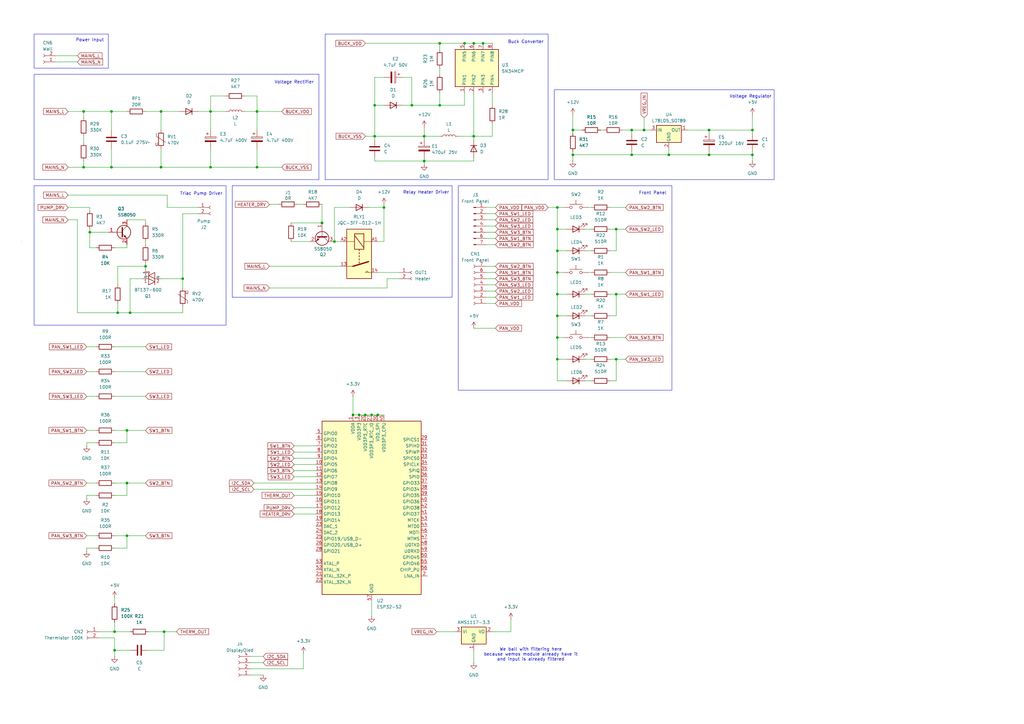
<source format=kicad_sch>
(kicad_sch
	(version 20250114)
	(generator "eeschema")
	(generator_version "9.0")
	(uuid "530eada5-25d8-40dc-844a-b972f0c7cdfb")
	(paper "A3")
	(title_block
		(title "Delimano CM5013C-CE / Kitfort KT-739")
		(date "2025-03-01")
		(rev "1")
		(comment 2 "Sophia sophia@soffee.space")
	)
	
	(rectangle
		(start 13.97 76.2)
		(end 92.71 133.35)
		(stroke
			(width 0)
			(type default)
		)
		(fill
			(type none)
		)
		(uuid 0ef22e54-b7ec-4e5a-ab11-0df4fde7d9a3)
	)
	(rectangle
		(start 13.97 30.48)
		(end 130.81 73.66)
		(stroke
			(width 0)
			(type default)
		)
		(fill
			(type none)
		)
		(uuid 19631ebb-ea14-429a-b8ac-4c6122288c96)
	)
	(rectangle
		(start 133.35 13.97)
		(end 224.79 73.66)
		(stroke
			(width 0)
			(type default)
		)
		(fill
			(type none)
		)
		(uuid 684b4a93-ad6f-41f9-96b4-e2fb9227c3a0)
	)
	(rectangle
		(start 187.96 76.2)
		(end 275.59 160.02)
		(stroke
			(width 0)
			(type default)
		)
		(fill
			(type none)
		)
		(uuid 704ca3f2-851b-45cc-bb96-cebb5c9684dc)
	)
	(rectangle
		(start 8.89 99.06)
		(end 8.89 99.06)
		(stroke
			(width 0)
			(type default)
		)
		(fill
			(type none)
		)
		(uuid 7fe7d1c7-75b5-426c-9146-26b5465e236c)
	)
	(rectangle
		(start 13.97 13.97)
		(end 44.45 27.94)
		(stroke
			(width 0)
			(type default)
		)
		(fill
			(type none)
		)
		(uuid 8672062c-7dea-41aa-9521-0b9760a3c7d5)
	)
	(rectangle
		(start 95.25 76.2)
		(end 185.42 121.92)
		(stroke
			(width 0)
			(type default)
		)
		(fill
			(type none)
		)
		(uuid c6af143f-f39d-46d0-88d3-a324c5aff74c)
	)
	(rectangle
		(start 227.33 36.83)
		(end 317.5 73.66)
		(stroke
			(width 0)
			(type default)
		)
		(fill
			(type none)
		)
		(uuid dadd35c8-d72c-4447-b2ac-370a690b7a64)
	)
	(text "Buck Converter"
		(exclude_from_sim no)
		(at 215.646 17.272 0)
		(effects
			(font
				(size 1.27 1.27)
			)
		)
		(uuid "2b02a8cb-147a-44c2-adf7-d81fe290012c")
	)
	(text "Voltage Rectifier"
		(exclude_from_sim no)
		(at 120.65 33.782 0)
		(effects
			(font
				(size 1.27 1.27)
			)
		)
		(uuid "377ab834-d57a-46e7-b7c0-00c26359e2ba")
	)
	(text "Triac Pump Driver"
		(exclude_from_sim no)
		(at 82.55 79.502 0)
		(effects
			(font
				(size 1.27 1.27)
			)
		)
		(uuid "80497e06-0059-461b-a08a-d02e5b14fe25")
	)
	(text "Voltage Regulator"
		(exclude_from_sim no)
		(at 307.848 39.624 0)
		(effects
			(font
				(size 1.27 1.27)
			)
		)
		(uuid "8fdf73d6-c001-4056-9506-19fda97248b6")
	)
	(text "Front Panel"
		(exclude_from_sim no)
		(at 267.716 79.248 0)
		(effects
			(font
				(size 1.27 1.27)
			)
		)
		(uuid "9122a5d5-d5c6-4b52-bdd4-c9e32f6e141e")
	)
	(text "Power Input"
		(exclude_from_sim no)
		(at 36.83 16.51 0)
		(effects
			(font
				(size 1.27 1.27)
			)
		)
		(uuid "9f06cfa6-eee3-461b-87c3-d6f19ed9861c")
	)
	(text "We ball with filtering here\nbecause wemos module already have it\nand input is already filtered"
		(exclude_from_sim no)
		(at 217.678 268.478 0)
		(effects
			(font
				(size 1.27 1.27)
			)
		)
		(uuid "d93c4cf3-0f97-40b3-bc8e-442bf5be9714")
	)
	(text "Relay Heater Driver"
		(exclude_from_sim no)
		(at 174.752 78.994 0)
		(effects
			(font
				(size 1.27 1.27)
			)
		)
		(uuid "f0436f75-0865-403a-8e42-4e004f1b6363")
	)
	(junction
		(at 147.32 170.18)
		(diameter 0)
		(color 0 0 0 0)
		(uuid "0041cfbb-ae34-473d-be24-64a116acc1a0")
	)
	(junction
		(at 228.6 147.32)
		(diameter 0)
		(color 0 0 0 0)
		(uuid "0179612c-f3a9-4899-8973-a48009c9c733")
	)
	(junction
		(at 36.83 95.25)
		(diameter 0)
		(color 0 0 0 0)
		(uuid "06632ec1-1e10-4d36-9191-4d4d2d32cfb2")
	)
	(junction
		(at 53.34 128.27)
		(diameter 0)
		(color 0 0 0 0)
		(uuid "092ce260-896a-4dea-95d7-07d4618875af")
	)
	(junction
		(at 86.36 68.58)
		(diameter 0)
		(color 0 0 0 0)
		(uuid "0a863857-9e19-45dc-94f1-225832cd64b5")
	)
	(junction
		(at 234.95 63.5)
		(diameter 0)
		(color 0 0 0 0)
		(uuid "109253fa-fb98-489c-9a16-7eddbd27910b")
	)
	(junction
		(at 252.73 147.32)
		(diameter 0)
		(color 0 0 0 0)
		(uuid "10de11b1-d791-46c6-b5f1-6ebd84ccb16f")
	)
	(junction
		(at 46.99 259.08)
		(diameter 0)
		(color 0 0 0 0)
		(uuid "162ba08e-a830-4dc5-a422-360500c6545b")
	)
	(junction
		(at 194.31 17.78)
		(diameter 0)
		(color 0 0 0 0)
		(uuid "1bb3f826-4935-4180-900c-c4dad1e03844")
	)
	(junction
		(at 228.6 102.87)
		(diameter 0)
		(color 0 0 0 0)
		(uuid "29ba000d-6bd4-4f93-bceb-9bcff86abaa4")
	)
	(junction
		(at 66.04 45.72)
		(diameter 0)
		(color 0 0 0 0)
		(uuid "2b5b98d9-d3dc-4bef-aee9-3a04f9168720")
	)
	(junction
		(at 34.29 45.72)
		(diameter 0)
		(color 0 0 0 0)
		(uuid "2f82874e-7cbb-4af3-a66c-669e3611e1bf")
	)
	(junction
		(at 228.6 111.76)
		(diameter 0)
		(color 0 0 0 0)
		(uuid "304845a0-f0d3-448b-a34d-8173a99af785")
	)
	(junction
		(at 194.31 55.88)
		(diameter 0)
		(color 0 0 0 0)
		(uuid "33256ad9-b7a1-44f7-b59e-0ae04b5d18ee")
	)
	(junction
		(at 234.95 53.34)
		(diameter 0)
		(color 0 0 0 0)
		(uuid "3edfbdd8-04b9-47c3-8c52-1b31a66669d3")
	)
	(junction
		(at 228.6 120.65)
		(diameter 0)
		(color 0 0 0 0)
		(uuid "49269265-8bc3-4b53-8165-7d1bd041b556")
	)
	(junction
		(at 290.83 63.5)
		(diameter 0)
		(color 0 0 0 0)
		(uuid "4ef82a33-9a24-4a24-be03-c1bdf4ed7a31")
	)
	(junction
		(at 290.83 53.34)
		(diameter 0)
		(color 0 0 0 0)
		(uuid "5104be1d-47d6-4ac7-bc76-6df5fab9fe6e")
	)
	(junction
		(at 105.41 45.72)
		(diameter 0)
		(color 0 0 0 0)
		(uuid "55daa0c0-b1f4-41d0-b0f5-004e318430cd")
	)
	(junction
		(at 228.6 93.98)
		(diameter 0)
		(color 0 0 0 0)
		(uuid "5f221a7b-55b5-41dc-b36a-773250987e2c")
	)
	(junction
		(at 45.72 45.72)
		(diameter 0)
		(color 0 0 0 0)
		(uuid "61562046-984f-4d67-af06-110658c78876")
	)
	(junction
		(at 152.4 170.18)
		(diameter 0)
		(color 0 0 0 0)
		(uuid "632e0679-03e8-4055-bf15-d866edf63ecd")
	)
	(junction
		(at 52.07 176.53)
		(diameter 0)
		(color 0 0 0 0)
		(uuid "64255c3e-ea1e-485b-af3a-4966558f720b")
	)
	(junction
		(at 168.91 43.18)
		(diameter 0)
		(color 0 0 0 0)
		(uuid "6867e0ab-254b-4460-bd46-9df946abad31")
	)
	(junction
		(at 149.86 170.18)
		(diameter 0)
		(color 0 0 0 0)
		(uuid "6a536340-a1ee-4479-822f-a1a3a9dc1682")
	)
	(junction
		(at 190.5 17.78)
		(diameter 0)
		(color 0 0 0 0)
		(uuid "6b09d265-52f8-4d5e-a74e-a95e337d42d5")
	)
	(junction
		(at 67.31 259.08)
		(diameter 0)
		(color 0 0 0 0)
		(uuid "6b4855e2-68a7-4b7a-809a-1b3952d79291")
	)
	(junction
		(at 157.48 85.09)
		(diameter 0)
		(color 0 0 0 0)
		(uuid "757f7c84-c6da-4bb0-9416-1844b32ee635")
	)
	(junction
		(at 48.26 128.27)
		(diameter 0)
		(color 0 0 0 0)
		(uuid "79ea7527-e71f-4a32-a7b8-32b829975e96")
	)
	(junction
		(at 137.16 99.06)
		(diameter 0)
		(color 0 0 0 0)
		(uuid "7b7c82ce-09f4-42fa-943b-86bd4073f50b")
	)
	(junction
		(at 228.6 129.54)
		(diameter 0)
		(color 0 0 0 0)
		(uuid "7d263018-28ac-4460-83e5-f6784bf28d6c")
	)
	(junction
		(at 105.41 68.58)
		(diameter 0)
		(color 0 0 0 0)
		(uuid "81937917-45f2-4c22-a959-83a35328ad46")
	)
	(junction
		(at 259.08 63.5)
		(diameter 0)
		(color 0 0 0 0)
		(uuid "90a3168e-a1b3-42c5-ac50-801fb7de64d0")
	)
	(junction
		(at 34.29 68.58)
		(diameter 0)
		(color 0 0 0 0)
		(uuid "94bce0cc-5e99-4c0c-b52a-f82ecdb93a7c")
	)
	(junction
		(at 308.61 63.5)
		(diameter 0)
		(color 0 0 0 0)
		(uuid "956d2e7c-d876-4cfa-836c-f97911dd6ea2")
	)
	(junction
		(at 154.94 170.18)
		(diameter 0)
		(color 0 0 0 0)
		(uuid "97167dac-112f-475e-9cfb-38b829c9a520")
	)
	(junction
		(at 173.99 55.88)
		(diameter 0)
		(color 0 0 0 0)
		(uuid "97ed61d1-dc9c-4426-afc0-6776f4617521")
	)
	(junction
		(at 252.73 93.98)
		(diameter 0)
		(color 0 0 0 0)
		(uuid "99243cb5-8a02-4b26-9e56-595a90625030")
	)
	(junction
		(at 259.08 53.34)
		(diameter 0)
		(color 0 0 0 0)
		(uuid "9b4b4bd7-9941-43ad-a2ba-c51e702d5125")
	)
	(junction
		(at 198.12 17.78)
		(diameter 0)
		(color 0 0 0 0)
		(uuid "a3d836e1-e6ab-4653-ae8d-c87555478b7a")
	)
	(junction
		(at 132.08 91.44)
		(diameter 0)
		(color 0 0 0 0)
		(uuid "a9e83a42-7e65-4584-9e00-321ed8e2398b")
	)
	(junction
		(at 66.04 68.58)
		(diameter 0)
		(color 0 0 0 0)
		(uuid "b8c1ff18-0a77-4c17-8f9f-25db3ecb5b7e")
	)
	(junction
		(at 228.6 138.43)
		(diameter 0)
		(color 0 0 0 0)
		(uuid "bafc51c8-3828-4a34-b181-82f4ce006827")
	)
	(junction
		(at 144.78 170.18)
		(diameter 0)
		(color 0 0 0 0)
		(uuid "c3a259c9-027f-42a2-be15-42fb53a29f78")
	)
	(junction
		(at 264.16 53.34)
		(diameter 0)
		(color 0 0 0 0)
		(uuid "c3c98967-9990-4df0-8db7-81a96727d300")
	)
	(junction
		(at 86.36 45.72)
		(diameter 0)
		(color 0 0 0 0)
		(uuid "cb7db8ba-85e0-4649-b5aa-3de10a1cccd6")
	)
	(junction
		(at 274.32 63.5)
		(diameter 0)
		(color 0 0 0 0)
		(uuid "d02447aa-2d7e-466f-ada4-2f085897a1e1")
	)
	(junction
		(at 52.07 198.12)
		(diameter 0)
		(color 0 0 0 0)
		(uuid "d069e694-2cf9-475a-a6e3-cffd614f6e42")
	)
	(junction
		(at 45.72 68.58)
		(diameter 0)
		(color 0 0 0 0)
		(uuid "d107d00c-9080-45ea-af89-9000c7e739fe")
	)
	(junction
		(at 153.67 55.88)
		(diameter 0)
		(color 0 0 0 0)
		(uuid "d591e103-1e7b-4c73-b762-2981adb16c33")
	)
	(junction
		(at 46.99 266.7)
		(diameter 0)
		(color 0 0 0 0)
		(uuid "da0e5ae5-3071-4347-b219-27d3ebfa2a66")
	)
	(junction
		(at 52.07 219.71)
		(diameter 0)
		(color 0 0 0 0)
		(uuid "e6c124f1-2c9d-489e-a65f-ef8b1574fe13")
	)
	(junction
		(at 153.67 43.18)
		(diameter 0)
		(color 0 0 0 0)
		(uuid "e9089f1e-15cc-4781-8fd5-367f1e35a306")
	)
	(junction
		(at 173.99 66.04)
		(diameter 0)
		(color 0 0 0 0)
		(uuid "ec61640c-68a6-4d4b-9d09-5f7c10232d06")
	)
	(junction
		(at 228.6 85.09)
		(diameter 0)
		(color 0 0 0 0)
		(uuid "eca150e8-30bb-4518-bf25-d12a07cc1630")
	)
	(junction
		(at 180.34 43.18)
		(diameter 0)
		(color 0 0 0 0)
		(uuid "ee9b8fa6-8f15-4079-9503-d85acae9b2a6")
	)
	(junction
		(at 252.73 120.65)
		(diameter 0)
		(color 0 0 0 0)
		(uuid "f3b3601b-7f90-424d-9fbf-9f9cf91cefc7")
	)
	(junction
		(at 59.69 109.22)
		(diameter 0)
		(color 0 0 0 0)
		(uuid "f4525c3f-e309-45f9-97cf-e4a6d0646118")
	)
	(junction
		(at 180.34 17.78)
		(diameter 0)
		(color 0 0 0 0)
		(uuid "f51f1456-5466-4737-8a41-0c684973fcd8")
	)
	(junction
		(at 74.93 114.3)
		(diameter 0)
		(color 0 0 0 0)
		(uuid "fd0ff61c-4e27-482f-89eb-f53fc426ea6f")
	)
	(junction
		(at 308.61 53.34)
		(diameter 0)
		(color 0 0 0 0)
		(uuid "fd56bf22-212d-4357-9d64-f22de8bd9925")
	)
	(wire
		(pts
			(xy 199.39 116.84) (xy 203.2 116.84)
		)
		(stroke
			(width 0)
			(type default)
		)
		(uuid "015cbcc4-6d79-4912-bec1-7e4558978fe8")
	)
	(wire
		(pts
			(xy 104.14 198.12) (xy 129.54 198.12)
		)
		(stroke
			(width 0)
			(type default)
		)
		(uuid "0173ce58-f6b0-4c7e-a0a3-83fe6cc03cce")
	)
	(wire
		(pts
			(xy 180.34 20.32) (xy 180.34 17.78)
		)
		(stroke
			(width 0)
			(type default)
		)
		(uuid "02963565-e45e-45a5-ad81-32d0f0b33d77")
	)
	(wire
		(pts
			(xy 59.69 109.22) (xy 59.69 110.49)
		)
		(stroke
			(width 0)
			(type default)
		)
		(uuid "02d5936b-df26-46fc-80b6-97f4da9a75ed")
	)
	(wire
		(pts
			(xy 199.39 114.3) (xy 203.2 114.3)
		)
		(stroke
			(width 0)
			(type default)
		)
		(uuid "02f995cd-7e02-4325-bcf1-8f92b2e8fb0b")
	)
	(wire
		(pts
			(xy 234.95 54.61) (xy 234.95 53.34)
		)
		(stroke
			(width 0)
			(type default)
		)
		(uuid "03799924-941b-48b4-9c76-c65769048772")
	)
	(wire
		(pts
			(xy 199.39 95.25) (xy 203.2 95.25)
		)
		(stroke
			(width 0)
			(type default)
		)
		(uuid "037c705f-c442-4ba5-b990-de448ffac226")
	)
	(wire
		(pts
			(xy 31.75 128.27) (xy 48.26 128.27)
		)
		(stroke
			(width 0)
			(type default)
		)
		(uuid "04f0ecfa-2da0-4a32-9634-ee201ee4aa55")
	)
	(wire
		(pts
			(xy 241.3 138.43) (xy 242.57 138.43)
		)
		(stroke
			(width 0)
			(type default)
		)
		(uuid "056caedf-cee9-44e4-b075-e7693a79d207")
	)
	(wire
		(pts
			(xy 52.07 219.71) (xy 59.69 219.71)
		)
		(stroke
			(width 0)
			(type default)
		)
		(uuid "05f64665-037e-4c92-84c5-29ae199fef2e")
	)
	(wire
		(pts
			(xy 35.56 181.61) (xy 35.56 182.88)
		)
		(stroke
			(width 0)
			(type default)
		)
		(uuid "06d724fc-d179-4865-8fc3-7b5f21bdd960")
	)
	(wire
		(pts
			(xy 241.3 85.09) (xy 242.57 85.09)
		)
		(stroke
			(width 0)
			(type default)
		)
		(uuid "07528fae-72f6-4978-bb40-6e7e77c3c979")
	)
	(wire
		(pts
			(xy 240.03 147.32) (xy 242.57 147.32)
		)
		(stroke
			(width 0)
			(type default)
		)
		(uuid "08bd1775-87f1-4211-a3ca-e2ca17e8090d")
	)
	(wire
		(pts
			(xy 34.29 48.26) (xy 34.29 45.72)
		)
		(stroke
			(width 0)
			(type default)
		)
		(uuid "0a3eca1e-baca-4ce2-ba91-218e995e59b0")
	)
	(wire
		(pts
			(xy 120.65 210.82) (xy 129.54 210.82)
		)
		(stroke
			(width 0)
			(type default)
		)
		(uuid "0d0804bf-2b23-43c1-a260-ce3610aa760a")
	)
	(wire
		(pts
			(xy 252.73 147.32) (xy 256.54 147.32)
		)
		(stroke
			(width 0)
			(type default)
		)
		(uuid "0edf8ccd-85df-4319-9ea1-082d9f8246d8")
	)
	(wire
		(pts
			(xy 36.83 95.25) (xy 36.83 101.6)
		)
		(stroke
			(width 0)
			(type default)
		)
		(uuid "0ee72d01-d313-41b2-9138-43051f81b7d1")
	)
	(wire
		(pts
			(xy 274.32 63.5) (xy 290.83 63.5)
		)
		(stroke
			(width 0)
			(type default)
		)
		(uuid "10193a0c-8dfd-424e-822f-89e8c73e6689")
	)
	(wire
		(pts
			(xy 154.94 170.18) (xy 157.48 170.18)
		)
		(stroke
			(width 0)
			(type default)
		)
		(uuid "1059a3b4-c412-4523-a80d-9e7d3bcd48bf")
	)
	(wire
		(pts
			(xy 250.19 111.76) (xy 256.54 111.76)
		)
		(stroke
			(width 0)
			(type default)
		)
		(uuid "12894729-4aa6-4cbb-bd84-a6fcb0cbcb17")
	)
	(wire
		(pts
			(xy 46.99 162.56) (xy 59.69 162.56)
		)
		(stroke
			(width 0)
			(type default)
		)
		(uuid "137e4513-e628-46dc-9157-387bdc172eb3")
	)
	(wire
		(pts
			(xy 228.6 120.65) (xy 232.41 120.65)
		)
		(stroke
			(width 0)
			(type default)
		)
		(uuid "14d781b2-1317-4601-8cba-ffb1b89e8de0")
	)
	(wire
		(pts
			(xy 102.87 276.86) (xy 107.95 276.86)
		)
		(stroke
			(width 0)
			(type default)
		)
		(uuid "172e4b1e-0ec9-4322-865c-bb545ca142a4")
	)
	(wire
		(pts
			(xy 252.73 93.98) (xy 252.73 102.87)
		)
		(stroke
			(width 0)
			(type default)
		)
		(uuid "18f25b4f-a75e-4782-9df7-4ce4cf45d5a9")
	)
	(wire
		(pts
			(xy 180.34 38.1) (xy 180.34 43.18)
		)
		(stroke
			(width 0)
			(type default)
		)
		(uuid "199270df-248e-46db-a2ae-8028cd4903d2")
	)
	(wire
		(pts
			(xy 92.71 45.72) (xy 86.36 45.72)
		)
		(stroke
			(width 0)
			(type default)
		)
		(uuid "1a68b056-8b11-48ca-8452-4c8d9fc89e3f")
	)
	(wire
		(pts
			(xy 35.56 224.79) (xy 35.56 226.06)
		)
		(stroke
			(width 0)
			(type default)
		)
		(uuid "1ac2f5f6-ece5-486a-905c-bc788c15dad5")
	)
	(wire
		(pts
			(xy 35.56 203.2) (xy 35.56 204.47)
		)
		(stroke
			(width 0)
			(type default)
		)
		(uuid "1b221586-4d01-457d-9277-f00faa8d7230")
	)
	(wire
		(pts
			(xy 252.73 102.87) (xy 250.19 102.87)
		)
		(stroke
			(width 0)
			(type default)
		)
		(uuid "1b49d44c-6c24-4520-9348-48b819506c31")
	)
	(wire
		(pts
			(xy 308.61 62.23) (xy 308.61 63.5)
		)
		(stroke
			(width 0)
			(type default)
		)
		(uuid "1f2de23b-ea8b-44e5-b3f2-917044a28f31")
	)
	(wire
		(pts
			(xy 46.99 245.11) (xy 46.99 247.65)
		)
		(stroke
			(width 0)
			(type default)
		)
		(uuid "200239d9-9b78-4041-ad58-5303feb07a94")
	)
	(wire
		(pts
			(xy 86.36 68.58) (xy 105.41 68.58)
		)
		(stroke
			(width 0)
			(type default)
		)
		(uuid "2138bef2-af09-4aea-84be-11d02cbbe97e")
	)
	(wire
		(pts
			(xy 143.51 85.09) (xy 137.16 85.09)
		)
		(stroke
			(width 0)
			(type default)
		)
		(uuid "21548ba3-f998-4670-a7e9-c373d3145611")
	)
	(wire
		(pts
			(xy 199.39 109.22) (xy 203.2 109.22)
		)
		(stroke
			(width 0)
			(type default)
		)
		(uuid "21898732-7f39-4817-bb5e-468450f3e5aa")
	)
	(wire
		(pts
			(xy 173.99 66.04) (xy 194.31 66.04)
		)
		(stroke
			(width 0)
			(type default)
		)
		(uuid "2300923f-1613-41cb-a667-edd775ed92dc")
	)
	(wire
		(pts
			(xy 36.83 93.98) (xy 36.83 95.25)
		)
		(stroke
			(width 0)
			(type default)
		)
		(uuid "2357aabe-b24a-4c4c-b7db-2fff47105014")
	)
	(wire
		(pts
			(xy 52.07 176.53) (xy 59.69 176.53)
		)
		(stroke
			(width 0)
			(type default)
		)
		(uuid "25a97e61-9ad4-4584-bd8b-200819e2b6b4")
	)
	(wire
		(pts
			(xy 190.5 43.18) (xy 190.5 38.1)
		)
		(stroke
			(width 0)
			(type default)
		)
		(uuid "263392ff-2e14-4e2b-96fc-1a5d761db003")
	)
	(wire
		(pts
			(xy 241.3 111.76) (xy 242.57 111.76)
		)
		(stroke
			(width 0)
			(type default)
		)
		(uuid "263dda55-10b8-4585-8355-59730dbd5492")
	)
	(wire
		(pts
			(xy 86.36 45.72) (xy 86.36 53.34)
		)
		(stroke
			(width 0)
			(type default)
		)
		(uuid "26d1eabb-de5b-4651-a255-618101ada77b")
	)
	(wire
		(pts
			(xy 234.95 63.5) (xy 259.08 63.5)
		)
		(stroke
			(width 0)
			(type default)
		)
		(uuid "2765638c-88a2-4452-995b-5c32e79e4774")
	)
	(wire
		(pts
			(xy 228.6 111.76) (xy 228.6 120.65)
		)
		(stroke
			(width 0)
			(type default)
		)
		(uuid "27e10f25-aa56-4678-993d-460ebcc10974")
	)
	(wire
		(pts
			(xy 102.87 269.24) (xy 107.95 269.24)
		)
		(stroke
			(width 0)
			(type default)
		)
		(uuid "28f4aec0-c180-4738-b96c-c63b941e537b")
	)
	(wire
		(pts
			(xy 228.6 156.21) (xy 232.41 156.21)
		)
		(stroke
			(width 0)
			(type default)
		)
		(uuid "2bd836ac-8c3b-44c0-ab2e-3efbc0c55cfa")
	)
	(wire
		(pts
			(xy 194.31 57.15) (xy 194.31 55.88)
		)
		(stroke
			(width 0)
			(type default)
		)
		(uuid "2c162c72-6611-48e0-acf6-3c8d0cf90136")
	)
	(wire
		(pts
			(xy 45.72 68.58) (xy 45.72 60.96)
		)
		(stroke
			(width 0)
			(type default)
		)
		(uuid "2d06d88d-3f90-4571-8168-282e4a6b4d0e")
	)
	(wire
		(pts
			(xy 52.07 101.6) (xy 52.07 100.33)
		)
		(stroke
			(width 0)
			(type default)
		)
		(uuid "2d634990-4b17-4d2d-b04e-418ac54f84b9")
	)
	(wire
		(pts
			(xy 105.41 45.72) (xy 115.57 45.72)
		)
		(stroke
			(width 0)
			(type default)
		)
		(uuid "2eb09d52-06ab-4f3b-9cdd-8cb1ef4e88b4")
	)
	(wire
		(pts
			(xy 158.75 114.3) (xy 163.83 114.3)
		)
		(stroke
			(width 0)
			(type default)
		)
		(uuid "326ab97e-df54-4fbb-a192-3bebfd06fb78")
	)
	(wire
		(pts
			(xy 153.67 43.18) (xy 153.67 55.88)
		)
		(stroke
			(width 0)
			(type default)
		)
		(uuid "32790f4b-0a2d-460e-a52f-e0d2d6c43c6e")
	)
	(wire
		(pts
			(xy 36.83 101.6) (xy 39.37 101.6)
		)
		(stroke
			(width 0)
			(type default)
		)
		(uuid "340f2c40-c0c6-419c-af60-c3458ddeda58")
	)
	(wire
		(pts
			(xy 46.99 203.2) (xy 52.07 203.2)
		)
		(stroke
			(width 0)
			(type default)
		)
		(uuid "369c1e2b-2408-4d36-9577-3d3191166be4")
	)
	(wire
		(pts
			(xy 308.61 53.34) (xy 308.61 46.99)
		)
		(stroke
			(width 0)
			(type default)
		)
		(uuid "36de8245-1ac1-489b-b507-365e56d206fa")
	)
	(wire
		(pts
			(xy 264.16 53.34) (xy 266.7 53.34)
		)
		(stroke
			(width 0)
			(type default)
		)
		(uuid "3745c62e-1223-43fb-810d-6d2c126a432a")
	)
	(wire
		(pts
			(xy 74.93 114.3) (xy 74.93 118.11)
		)
		(stroke
			(width 0)
			(type default)
		)
		(uuid "37fb54ad-3cd1-405d-a189-6d25b8a7bf79")
	)
	(wire
		(pts
			(xy 308.61 63.5) (xy 290.83 63.5)
		)
		(stroke
			(width 0)
			(type default)
		)
		(uuid "38880fdf-8546-4b27-934a-8958ad1380d3")
	)
	(wire
		(pts
			(xy 290.83 53.34) (xy 290.83 54.61)
		)
		(stroke
			(width 0)
			(type default)
		)
		(uuid "38b39ebd-e2a9-460e-9a8f-4ee203534899")
	)
	(wire
		(pts
			(xy 27.94 45.72) (xy 34.29 45.72)
		)
		(stroke
			(width 0)
			(type default)
		)
		(uuid "394bf02b-6f3e-4dd6-bd6c-51c9e4748470")
	)
	(wire
		(pts
			(xy 102.87 271.78) (xy 107.95 271.78)
		)
		(stroke
			(width 0)
			(type default)
		)
		(uuid "3d866f32-c061-41d6-ab24-6f540bbef089")
	)
	(wire
		(pts
			(xy 35.56 219.71) (xy 39.37 219.71)
		)
		(stroke
			(width 0)
			(type default)
		)
		(uuid "3e02d73b-d4c9-4d0b-9992-8c252b701cbc")
	)
	(wire
		(pts
			(xy 252.73 93.98) (xy 256.54 93.98)
		)
		(stroke
			(width 0)
			(type default)
		)
		(uuid "3f5455a9-4963-496e-9926-755731830a83")
	)
	(wire
		(pts
			(xy 149.86 170.18) (xy 152.4 170.18)
		)
		(stroke
			(width 0)
			(type default)
		)
		(uuid "3f63c2be-f18e-4bd7-a8c7-0d0e42ad6dc8")
	)
	(wire
		(pts
			(xy 68.58 80.01) (xy 68.58 85.09)
		)
		(stroke
			(width 0)
			(type default)
		)
		(uuid "408fc993-24a4-400a-9562-6cf5d415bb94")
	)
	(wire
		(pts
			(xy 264.16 48.26) (xy 264.16 53.34)
		)
		(stroke
			(width 0)
			(type default)
		)
		(uuid "41cae65b-d8e8-417e-9198-cf888f081d11")
	)
	(wire
		(pts
			(xy 132.08 83.82) (xy 132.08 91.44)
		)
		(stroke
			(width 0)
			(type default)
		)
		(uuid "44bcf565-3474-440c-89ed-be6a4b1092bd")
	)
	(wire
		(pts
			(xy 194.31 38.1) (xy 194.31 55.88)
		)
		(stroke
			(width 0)
			(type default)
		)
		(uuid "4674e5fa-3774-42c9-8500-71000da970aa")
	)
	(wire
		(pts
			(xy 31.75 90.17) (xy 31.75 128.27)
		)
		(stroke
			(width 0)
			(type default)
		)
		(uuid "46b60689-f371-47c9-8c58-7a409a7ab382")
	)
	(wire
		(pts
			(xy 199.39 100.33) (xy 203.2 100.33)
		)
		(stroke
			(width 0)
			(type default)
		)
		(uuid "46d17149-8149-4c58-91ca-14ffc8e67a1f")
	)
	(wire
		(pts
			(xy 240.03 129.54) (xy 242.57 129.54)
		)
		(stroke
			(width 0)
			(type default)
		)
		(uuid "47cf2756-4e3b-483e-bead-a7c575c22275")
	)
	(wire
		(pts
			(xy 199.39 119.38) (xy 203.2 119.38)
		)
		(stroke
			(width 0)
			(type default)
		)
		(uuid "47f4a353-f860-4e7f-b406-975ae28cb2da")
	)
	(wire
		(pts
			(xy 173.99 52.07) (xy 173.99 55.88)
		)
		(stroke
			(width 0)
			(type default)
		)
		(uuid "4809671a-38c4-4d6e-b612-4353ae826822")
	)
	(wire
		(pts
			(xy 48.26 124.46) (xy 48.26 128.27)
		)
		(stroke
			(width 0)
			(type default)
		)
		(uuid "4864e440-103e-4767-84e5-320a6f30d519")
	)
	(wire
		(pts
			(xy 27.94 85.09) (xy 36.83 85.09)
		)
		(stroke
			(width 0)
			(type default)
		)
		(uuid "4a13414e-70b4-49a8-bae7-e61fea91eeaa")
	)
	(wire
		(pts
			(xy 234.95 46.99) (xy 234.95 53.34)
		)
		(stroke
			(width 0)
			(type default)
		)
		(uuid "4a1b3876-0d0d-4de8-a11b-fe11b977f9b4")
	)
	(wire
		(pts
			(xy 201.93 259.08) (xy 209.55 259.08)
		)
		(stroke
			(width 0)
			(type default)
		)
		(uuid "4a5b03df-b27c-41ff-89e8-196f4eb93dcb")
	)
	(wire
		(pts
			(xy 153.67 55.88) (xy 173.99 55.88)
		)
		(stroke
			(width 0)
			(type default)
		)
		(uuid "4ad25857-68bf-4d17-b913-5cfedbd7267b")
	)
	(wire
		(pts
			(xy 259.08 53.34) (xy 259.08 54.61)
		)
		(stroke
			(width 0)
			(type default)
		)
		(uuid "4b7953dd-1147-46ae-a068-8aac58d42c3d")
	)
	(wire
		(pts
			(xy 173.99 55.88) (xy 180.34 55.88)
		)
		(stroke
			(width 0)
			(type default)
		)
		(uuid "4bd78cfa-6b01-4560-b94d-c43067c717e4")
	)
	(wire
		(pts
			(xy 259.08 63.5) (xy 274.32 63.5)
		)
		(stroke
			(width 0)
			(type default)
		)
		(uuid "4d094095-b172-4e64-aead-2ab5478ee890")
	)
	(wire
		(pts
			(xy 66.04 45.72) (xy 59.69 45.72)
		)
		(stroke
			(width 0)
			(type default)
		)
		(uuid "4ebffc46-4bd2-48d2-b3de-e2b905f609d2")
	)
	(wire
		(pts
			(xy 137.16 99.06) (xy 139.7 99.06)
		)
		(stroke
			(width 0)
			(type default)
		)
		(uuid "4f4a1b38-5729-4cd3-8e95-3ba268e76f18")
	)
	(wire
		(pts
			(xy 203.2 134.62) (xy 194.31 134.62)
		)
		(stroke
			(width 0)
			(type default)
		)
		(uuid "50bc824d-b5d4-42de-8af5-2f58ba58694f")
	)
	(wire
		(pts
			(xy 46.99 152.4) (xy 59.69 152.4)
		)
		(stroke
			(width 0)
			(type default)
		)
		(uuid "523855e2-6cf1-4ba0-97dd-44aa7a1094c1")
	)
	(wire
		(pts
			(xy 120.65 190.5) (xy 129.54 190.5)
		)
		(stroke
			(width 0)
			(type default)
		)
		(uuid "5340f0e4-756b-41ee-b7ba-3cd859ec988e")
	)
	(wire
		(pts
			(xy 124.46 267.97) (xy 124.46 274.32)
		)
		(stroke
			(width 0)
			(type default)
		)
		(uuid "53b8f1ce-6b33-4ff5-bd06-bb70d8d2534c")
	)
	(wire
		(pts
			(xy 34.29 66.04) (xy 34.29 68.58)
		)
		(stroke
			(width 0)
			(type default)
		)
		(uuid "546caab1-da32-4058-a25a-7baf59015acd")
	)
	(wire
		(pts
			(xy 154.94 99.06) (xy 157.48 99.06)
		)
		(stroke
			(width 0)
			(type default)
		)
		(uuid "55acfc1c-2704-467c-8bac-a13588f4f778")
	)
	(wire
		(pts
			(xy 308.61 53.34) (xy 290.83 53.34)
		)
		(stroke
			(width 0)
			(type default)
		)
		(uuid "55b05dca-22f6-4785-9f65-394611d80f65")
	)
	(wire
		(pts
			(xy 67.31 259.08) (xy 60.96 259.08)
		)
		(stroke
			(width 0)
			(type default)
		)
		(uuid "57322734-915a-4c1c-8bfc-9daeabf4496a")
	)
	(wire
		(pts
			(xy 36.83 95.25) (xy 44.45 95.25)
		)
		(stroke
			(width 0)
			(type default)
		)
		(uuid "573a8ed5-d5ad-41ea-946b-7669a87a71ff")
	)
	(wire
		(pts
			(xy 66.04 45.72) (xy 73.66 45.72)
		)
		(stroke
			(width 0)
			(type default)
		)
		(uuid "57521048-7c2b-42de-9726-6f5067a69080")
	)
	(wire
		(pts
			(xy 120.65 182.88) (xy 129.54 182.88)
		)
		(stroke
			(width 0)
			(type default)
		)
		(uuid "5a148171-cd9c-4805-a8f3-ae66ef1242a7")
	)
	(wire
		(pts
			(xy 46.99 198.12) (xy 52.07 198.12)
		)
		(stroke
			(width 0)
			(type default)
		)
		(uuid "5a67823a-6408-46fb-b0db-a94d40018d5f")
	)
	(wire
		(pts
			(xy 46.99 269.24) (xy 46.99 266.7)
		)
		(stroke
			(width 0)
			(type default)
		)
		(uuid "5a72f6d4-ea0c-48a4-ab79-8ed6b7463331")
	)
	(wire
		(pts
			(xy 240.03 93.98) (xy 242.57 93.98)
		)
		(stroke
			(width 0)
			(type default)
		)
		(uuid "5b614e73-9d8f-4405-a8d5-ad82d4517fcd")
	)
	(wire
		(pts
			(xy 68.58 85.09) (xy 81.28 85.09)
		)
		(stroke
			(width 0)
			(type default)
		)
		(uuid "5cf504cb-0af4-4935-a533-845ddbfceaf3")
	)
	(wire
		(pts
			(xy 290.83 63.5) (xy 290.83 62.23)
		)
		(stroke
			(width 0)
			(type default)
		)
		(uuid "5dcd283c-4151-4063-a85e-048d9b5cfa5e")
	)
	(wire
		(pts
			(xy 228.6 120.65) (xy 228.6 129.54)
		)
		(stroke
			(width 0)
			(type default)
		)
		(uuid "5f24b464-6ab0-487c-929c-578e559e3652")
	)
	(wire
		(pts
			(xy 53.34 259.08) (xy 46.99 259.08)
		)
		(stroke
			(width 0)
			(type default)
		)
		(uuid "5fc7295a-8283-46b8-a5bf-23b3f8a12f99")
	)
	(wire
		(pts
			(xy 246.38 53.34) (xy 247.65 53.34)
		)
		(stroke
			(width 0)
			(type default)
		)
		(uuid "60109f4e-fcd0-4e17-b6f8-ce41e7c1d2d4")
	)
	(wire
		(pts
			(xy 252.73 120.65) (xy 250.19 120.65)
		)
		(stroke
			(width 0)
			(type default)
		)
		(uuid "615cc5c2-9324-4279-bf98-38b9bbc06799")
	)
	(wire
		(pts
			(xy 199.39 124.46) (xy 203.2 124.46)
		)
		(stroke
			(width 0)
			(type default)
		)
		(uuid "63e6fd0a-ca29-4480-9471-0e34f9da212f")
	)
	(wire
		(pts
			(xy 199.39 85.09) (xy 203.2 85.09)
		)
		(stroke
			(width 0)
			(type default)
		)
		(uuid "64a86998-f774-4ae8-8147-7fa8c74f903f")
	)
	(wire
		(pts
			(xy 144.78 162.56) (xy 144.78 170.18)
		)
		(stroke
			(width 0)
			(type default)
		)
		(uuid "64be192c-fed4-4f36-aea3-f48fc0d90b4a")
	)
	(wire
		(pts
			(xy 120.65 185.42) (xy 129.54 185.42)
		)
		(stroke
			(width 0)
			(type default)
		)
		(uuid "64ddb903-98b6-4b4c-a29c-765f6c5a38b6")
	)
	(wire
		(pts
			(xy 199.39 121.92) (xy 203.2 121.92)
		)
		(stroke
			(width 0)
			(type default)
		)
		(uuid "651b6be9-0f1e-4cc1-a9fb-32bbf18aee87")
	)
	(wire
		(pts
			(xy 45.72 45.72) (xy 45.72 53.34)
		)
		(stroke
			(width 0)
			(type default)
		)
		(uuid "65725170-c79c-49ef-8c4c-980d4a32802b")
	)
	(wire
		(pts
			(xy 199.39 111.76) (xy 203.2 111.76)
		)
		(stroke
			(width 0)
			(type default)
		)
		(uuid "659865de-f7d1-4af2-bcdb-5d6c0a5f1ea4")
	)
	(wire
		(pts
			(xy 66.04 60.96) (xy 66.04 68.58)
		)
		(stroke
			(width 0)
			(type default)
		)
		(uuid "66a09ede-9af8-4205-9b59-c3e1405d23fc")
	)
	(wire
		(pts
			(xy 115.57 68.58) (xy 105.41 68.58)
		)
		(stroke
			(width 0)
			(type default)
		)
		(uuid "66a8a5f7-9c36-4c25-a05a-91114a4f85c1")
	)
	(wire
		(pts
			(xy 34.29 55.88) (xy 34.29 58.42)
		)
		(stroke
			(width 0)
			(type default)
		)
		(uuid "6780e784-385f-497f-9bc6-83c78a406753")
	)
	(wire
		(pts
			(xy 252.73 129.54) (xy 250.19 129.54)
		)
		(stroke
			(width 0)
			(type default)
		)
		(uuid "68e0ad1b-3aa9-44a8-8ae6-4cabdf1beb36")
	)
	(wire
		(pts
			(xy 46.99 181.61) (xy 52.07 181.61)
		)
		(stroke
			(width 0)
			(type default)
		)
		(uuid "690caab3-9023-45be-8a87-85a6638f2a75")
	)
	(wire
		(pts
			(xy 67.31 259.08) (xy 72.39 259.08)
		)
		(stroke
			(width 0)
			(type default)
		)
		(uuid "6c611de4-5c59-42bc-9bdb-0c5fc317bf89")
	)
	(wire
		(pts
			(xy 110.49 118.11) (xy 158.75 118.11)
		)
		(stroke
			(width 0)
			(type default)
		)
		(uuid "6d3fbf1b-df7f-4145-a893-aa3419ad6911")
	)
	(wire
		(pts
			(xy 27.94 90.17) (xy 31.75 90.17)
		)
		(stroke
			(width 0)
			(type default)
		)
		(uuid "6df970ee-281f-4cd8-87c7-af3cc46684e5")
	)
	(wire
		(pts
			(xy 173.99 57.15) (xy 173.99 55.88)
		)
		(stroke
			(width 0)
			(type default)
		)
		(uuid "6e412d22-70b2-4345-a6c1-6cd6f5c25f5d")
	)
	(wire
		(pts
			(xy 201.93 50.8) (xy 201.93 55.88)
		)
		(stroke
			(width 0)
			(type default)
		)
		(uuid "6ed4d4a0-28d6-4526-8b7f-540f3227a6ba")
	)
	(wire
		(pts
			(xy 250.19 85.09) (xy 256.54 85.09)
		)
		(stroke
			(width 0)
			(type default)
		)
		(uuid "7108eb87-e908-409c-bdbc-4e78ec1b5ca4")
	)
	(wire
		(pts
			(xy 199.39 87.63) (xy 203.2 87.63)
		)
		(stroke
			(width 0)
			(type default)
		)
		(uuid "731c1e2d-67a1-469a-9900-ff67035f8b11")
	)
	(wire
		(pts
			(xy 45.72 68.58) (xy 66.04 68.58)
		)
		(stroke
			(width 0)
			(type default)
		)
		(uuid "73fefbb1-199e-4010-a571-ec46b1afd939")
	)
	(wire
		(pts
			(xy 34.29 68.58) (xy 45.72 68.58)
		)
		(stroke
			(width 0)
			(type default)
		)
		(uuid "740180e3-eeae-4497-9b2f-b2bf1ccf267e")
	)
	(wire
		(pts
			(xy 151.13 85.09) (xy 157.48 85.09)
		)
		(stroke
			(width 0)
			(type default)
		)
		(uuid "743cde07-303a-478a-91f9-0b9c00928c1a")
	)
	(wire
		(pts
			(xy 66.04 68.58) (xy 86.36 68.58)
		)
		(stroke
			(width 0)
			(type default)
		)
		(uuid "7551aedc-9788-48ea-b20b-4ef7e0e178f8")
	)
	(wire
		(pts
			(xy 281.94 53.34) (xy 290.83 53.34)
		)
		(stroke
			(width 0)
			(type default)
		)
		(uuid "76740f0a-f55c-4b98-bd1d-2a3ba63c4bd3")
	)
	(wire
		(pts
			(xy 179.07 259.08) (xy 186.69 259.08)
		)
		(stroke
			(width 0)
			(type default)
		)
		(uuid "76ca417c-52ed-4597-8cea-974306ec357a")
	)
	(wire
		(pts
			(xy 34.29 45.72) (xy 45.72 45.72)
		)
		(stroke
			(width 0)
			(type default)
		)
		(uuid "76ecae9c-21fd-4017-b4f7-fd7ee06c4723")
	)
	(wire
		(pts
			(xy 59.69 100.33) (xy 59.69 99.06)
		)
		(stroke
			(width 0)
			(type default)
		)
		(uuid "76fe0b19-a01c-4ad7-bcb5-b21fe14ec359")
	)
	(wire
		(pts
			(xy 35.56 181.61) (xy 39.37 181.61)
		)
		(stroke
			(width 0)
			(type default)
		)
		(uuid "777df8e3-b465-40aa-97af-377a17a6afde")
	)
	(wire
		(pts
			(xy 194.31 66.04) (xy 194.31 64.77)
		)
		(stroke
			(width 0)
			(type default)
		)
		(uuid "78d55e81-06db-4b72-8462-4f44e36963a5")
	)
	(wire
		(pts
			(xy 27.94 68.58) (xy 34.29 68.58)
		)
		(stroke
			(width 0)
			(type default)
		)
		(uuid "799ef2d8-8b8f-4ece-be1c-899ac948d636")
	)
	(wire
		(pts
			(xy 53.34 266.7) (xy 46.99 266.7)
		)
		(stroke
			(width 0)
			(type default)
		)
		(uuid "79ef7efe-659a-40b8-a74e-312262ea21e1")
	)
	(wire
		(pts
			(xy 308.61 54.61) (xy 308.61 53.34)
		)
		(stroke
			(width 0)
			(type default)
		)
		(uuid "7bfd8762-806c-40e9-ab79-ad1dc59fe50e")
	)
	(wire
		(pts
			(xy 144.78 170.18) (xy 147.32 170.18)
		)
		(stroke
			(width 0)
			(type default)
		)
		(uuid "7c85d5d4-bc7e-4158-bc61-cee66b0932b1")
	)
	(wire
		(pts
			(xy 274.32 63.5) (xy 274.32 60.96)
		)
		(stroke
			(width 0)
			(type default)
		)
		(uuid "7d1ca9bc-fb12-4f99-86cd-912dc3ccdddc")
	)
	(wire
		(pts
			(xy 100.33 39.37) (xy 105.41 39.37)
		)
		(stroke
			(width 0)
			(type default)
		)
		(uuid "7e64f52b-8704-493e-9180-1f6750cf5874")
	)
	(wire
		(pts
			(xy 52.07 90.17) (xy 59.69 90.17)
		)
		(stroke
			(width 0)
			(type default)
		)
		(uuid "7edc8746-043e-4295-98f0-eea8edd24632")
	)
	(wire
		(pts
			(xy 120.65 203.2) (xy 129.54 203.2)
		)
		(stroke
			(width 0)
			(type default)
		)
		(uuid "7f795771-9895-43ad-a594-e3bac0d3e330")
	)
	(wire
		(pts
			(xy 259.08 62.23) (xy 259.08 63.5)
		)
		(stroke
			(width 0)
			(type default)
		)
		(uuid "810a7081-6358-44be-8fd5-a62144bf7f37")
	)
	(wire
		(pts
			(xy 252.73 156.21) (xy 250.19 156.21)
		)
		(stroke
			(width 0)
			(type default)
		)
		(uuid "811801a0-9e16-4c47-88e3-625bf51800d1")
	)
	(wire
		(pts
			(xy 168.91 43.18) (xy 180.34 43.18)
		)
		(stroke
			(width 0)
			(type default)
		)
		(uuid "81899e7e-eea3-40b0-a5a3-84cc77904173")
	)
	(wire
		(pts
			(xy 35.56 198.12) (xy 39.37 198.12)
		)
		(stroke
			(width 0)
			(type default)
		)
		(uuid "820c8d5e-dcc5-4dce-acb4-83811ac48345")
	)
	(wire
		(pts
			(xy 48.26 109.22) (xy 59.69 109.22)
		)
		(stroke
			(width 0)
			(type default)
		)
		(uuid "821f5c8f-2707-4366-af01-6a25a9c4726c")
	)
	(wire
		(pts
			(xy 201.93 55.88) (xy 194.31 55.88)
		)
		(stroke
			(width 0)
			(type default)
		)
		(uuid "82322560-eedb-4e64-9bae-d31d62f7a41f")
	)
	(wire
		(pts
			(xy 231.14 111.76) (xy 228.6 111.76)
		)
		(stroke
			(width 0)
			(type default)
		)
		(uuid "825ba855-0f88-4bb6-81f0-35f7f56456a4")
	)
	(wire
		(pts
			(xy 153.67 66.04) (xy 173.99 66.04)
		)
		(stroke
			(width 0)
			(type default)
		)
		(uuid "834fa75f-a3b5-4e4f-8e0e-ffd707ecf624")
	)
	(wire
		(pts
			(xy 228.6 102.87) (xy 232.41 102.87)
		)
		(stroke
			(width 0)
			(type default)
		)
		(uuid "86f7f119-8382-4cb7-9987-d253c1c81875")
	)
	(wire
		(pts
			(xy 22.86 22.86) (xy 31.75 22.86)
		)
		(stroke
			(width 0)
			(type default)
		)
		(uuid "870ed62e-b1cd-4793-8190-6926d0636d6b")
	)
	(wire
		(pts
			(xy 74.93 87.63) (xy 81.28 87.63)
		)
		(stroke
			(width 0)
			(type default)
		)
		(uuid "8878918e-5ae5-449e-b30d-2daac0c2c1a5")
	)
	(wire
		(pts
			(xy 120.65 193.04) (xy 129.54 193.04)
		)
		(stroke
			(width 0)
			(type default)
		)
		(uuid "89bf08b4-0182-4569-8e7c-2b1725622e07")
	)
	(wire
		(pts
			(xy 105.41 60.96) (xy 105.41 68.58)
		)
		(stroke
			(width 0)
			(type default)
		)
		(uuid "8ea40441-2660-4ca0-81be-925ad81ca179")
	)
	(wire
		(pts
			(xy 228.6 93.98) (xy 228.6 102.87)
		)
		(stroke
			(width 0)
			(type default)
		)
		(uuid "8f4885f5-b422-435f-95fe-e6b8093176f7")
	)
	(wire
		(pts
			(xy 168.91 31.75) (xy 168.91 43.18)
		)
		(stroke
			(width 0)
			(type default)
		)
		(uuid "8f93d43c-25f9-40e0-9b7a-e8b21297dc3d")
	)
	(wire
		(pts
			(xy 231.14 138.43) (xy 228.6 138.43)
		)
		(stroke
			(width 0)
			(type default)
		)
		(uuid "8fa80ab2-e281-42af-b9c1-7d14d183e8f6")
	)
	(wire
		(pts
			(xy 173.99 66.04) (xy 173.99 64.77)
		)
		(stroke
			(width 0)
			(type default)
		)
		(uuid "8fb75034-25c9-4423-af4d-9884f50682a5")
	)
	(wire
		(pts
			(xy 228.6 102.87) (xy 228.6 111.76)
		)
		(stroke
			(width 0)
			(type default)
		)
		(uuid "905659ee-b1f2-448a-b92e-3176a025677c")
	)
	(wire
		(pts
			(xy 234.95 63.5) (xy 234.95 66.04)
		)
		(stroke
			(width 0)
			(type default)
		)
		(uuid "91b29f84-1d56-44fa-a161-80f72754d3f1")
	)
	(wire
		(pts
			(xy 180.34 17.78) (xy 190.5 17.78)
		)
		(stroke
			(width 0)
			(type default)
		)
		(uuid "91d5a886-eefa-46e6-afa9-b32c44ee2ce6")
	)
	(wire
		(pts
			(xy 168.91 43.18) (xy 165.1 43.18)
		)
		(stroke
			(width 0)
			(type default)
		)
		(uuid "9322c2b4-cafa-4c3b-98e7-c900437b24d1")
	)
	(wire
		(pts
			(xy 35.56 176.53) (xy 39.37 176.53)
		)
		(stroke
			(width 0)
			(type default)
		)
		(uuid "96e00f5b-2f12-4afa-9793-2740d9f4cd9c")
	)
	(wire
		(pts
			(xy 180.34 27.94) (xy 180.34 30.48)
		)
		(stroke
			(width 0)
			(type default)
		)
		(uuid "96f5124d-184d-412a-99bc-00f4d90598ae")
	)
	(wire
		(pts
			(xy 194.31 17.78) (xy 198.12 17.78)
		)
		(stroke
			(width 0)
			(type default)
		)
		(uuid "9749ac66-d157-49cc-b9e4-875434359193")
	)
	(wire
		(pts
			(xy 52.07 198.12) (xy 59.69 198.12)
		)
		(stroke
			(width 0)
			(type default)
		)
		(uuid "97e4d9e3-040b-4999-bdee-cafed2e5a6ef")
	)
	(wire
		(pts
			(xy 152.4 246.38) (xy 152.4 252.73)
		)
		(stroke
			(width 0)
			(type default)
		)
		(uuid "996c8a78-73e5-44ab-92cf-11d234d6d0fc")
	)
	(wire
		(pts
			(xy 120.65 195.58) (xy 129.54 195.58)
		)
		(stroke
			(width 0)
			(type default)
		)
		(uuid "9a9c5459-0977-4c71-ba2a-9c22847ae72d")
	)
	(wire
		(pts
			(xy 86.36 39.37) (xy 86.36 45.72)
		)
		(stroke
			(width 0)
			(type default)
		)
		(uuid "9ada4777-e513-4e0a-8201-68df4376a6de")
	)
	(wire
		(pts
			(xy 187.96 55.88) (xy 194.31 55.88)
		)
		(stroke
			(width 0)
			(type default)
		)
		(uuid "9d0df5c8-58ae-46a2-a074-7239c413217b")
	)
	(wire
		(pts
			(xy 52.07 198.12) (xy 52.07 203.2)
		)
		(stroke
			(width 0)
			(type default)
		)
		(uuid "9e502dee-b3a6-4bd9-b74f-d169f62d0252")
	)
	(wire
		(pts
			(xy 105.41 45.72) (xy 105.41 53.34)
		)
		(stroke
			(width 0)
			(type default)
		)
		(uuid "a0e6f616-f2e6-4142-8703-6eeee66ba722")
	)
	(wire
		(pts
			(xy 36.83 85.09) (xy 36.83 86.36)
		)
		(stroke
			(width 0)
			(type default)
		)
		(uuid "a11a802f-21de-43b4-a8e6-1b5b58e9d20a")
	)
	(wire
		(pts
			(xy 154.94 111.76) (xy 163.83 111.76)
		)
		(stroke
			(width 0)
			(type default)
		)
		(uuid "a20d9944-6a88-4aa9-9fc1-fcb690759697")
	)
	(wire
		(pts
			(xy 152.4 170.18) (xy 154.94 170.18)
		)
		(stroke
			(width 0)
			(type default)
		)
		(uuid "a20dc56e-5dc7-477e-b61f-e1f33b2ab443")
	)
	(wire
		(pts
			(xy 308.61 63.5) (xy 308.61 66.04)
		)
		(stroke
			(width 0)
			(type default)
		)
		(uuid "a27438d5-daaf-4340-8afd-b85ede5e7747")
	)
	(wire
		(pts
			(xy 124.46 274.32) (xy 102.87 274.32)
		)
		(stroke
			(width 0)
			(type default)
		)
		(uuid "a31a6ec8-91f2-4f67-9dbc-2d2831d8b10c")
	)
	(wire
		(pts
			(xy 52.07 224.79) (xy 52.07 219.71)
		)
		(stroke
			(width 0)
			(type default)
		)
		(uuid "a496e1bc-7a89-431c-9fe8-a57254131f50")
	)
	(wire
		(pts
			(xy 48.26 116.84) (xy 48.26 109.22)
		)
		(stroke
			(width 0)
			(type default)
		)
		(uuid "a6a9a3cb-6023-4973-a00d-ab5712dde394")
	)
	(wire
		(pts
			(xy 46.99 142.24) (xy 59.69 142.24)
		)
		(stroke
			(width 0)
			(type default)
		)
		(uuid "a7b39ef2-af74-4c17-b626-b5722ee9d4f4")
	)
	(wire
		(pts
			(xy 137.16 85.09) (xy 137.16 99.06)
		)
		(stroke
			(width 0)
			(type default)
		)
		(uuid "a809d379-a977-41d0-b294-a33f114a8ea9")
	)
	(wire
		(pts
			(xy 252.73 147.32) (xy 250.19 147.32)
		)
		(stroke
			(width 0)
			(type default)
		)
		(uuid "a8543deb-6929-4b85-8f4f-a9cc8ba48188")
	)
	(wire
		(pts
			(xy 252.73 120.65) (xy 256.54 120.65)
		)
		(stroke
			(width 0)
			(type default)
		)
		(uuid "a85a4606-9928-4617-a3fd-0584e7422fb2")
	)
	(wire
		(pts
			(xy 157.48 83.82) (xy 157.48 85.09)
		)
		(stroke
			(width 0)
			(type default)
		)
		(uuid "aa8dac30-c2e6-47d4-9320-631c955cc648")
	)
	(wire
		(pts
			(xy 46.99 261.62) (xy 40.64 261.62)
		)
		(stroke
			(width 0)
			(type default)
		)
		(uuid "ae58206d-1259-4cfd-be76-de67ca41011c")
	)
	(wire
		(pts
			(xy 228.6 93.98) (xy 232.41 93.98)
		)
		(stroke
			(width 0)
			(type default)
		)
		(uuid "ae6d14eb-7911-4022-a560-e9b1830c3c05")
	)
	(wire
		(pts
			(xy 228.6 129.54) (xy 228.6 138.43)
		)
		(stroke
			(width 0)
			(type default)
		)
		(uuid "aee75e55-6dd9-4e2a-80ed-1fd49f39a68d")
	)
	(wire
		(pts
			(xy 100.33 45.72) (xy 105.41 45.72)
		)
		(stroke
			(width 0)
			(type default)
		)
		(uuid "b0a730c3-6647-41f3-8fa5-a79450778f2f")
	)
	(wire
		(pts
			(xy 35.56 224.79) (xy 39.37 224.79)
		)
		(stroke
			(width 0)
			(type default)
		)
		(uuid "b1e23e87-221f-42ee-9093-0a1bb2425798")
	)
	(wire
		(pts
			(xy 66.04 53.34) (xy 66.04 45.72)
		)
		(stroke
			(width 0)
			(type default)
		)
		(uuid "b40e6762-3603-4a15-8848-babf6f55159d")
	)
	(wire
		(pts
			(xy 121.92 83.82) (xy 124.46 83.82)
		)
		(stroke
			(width 0)
			(type default)
		)
		(uuid "b48f375f-2da1-4445-815b-5a79283358b1")
	)
	(wire
		(pts
			(xy 46.99 101.6) (xy 52.07 101.6)
		)
		(stroke
			(width 0)
			(type default)
		)
		(uuid "b57e6b7b-7e32-44c9-b35a-d39c133df5bb")
	)
	(wire
		(pts
			(xy 59.69 90.17) (xy 59.69 91.44)
		)
		(stroke
			(width 0)
			(type default)
		)
		(uuid "b809ea8d-b94b-4946-8034-a643c5179122")
	)
	(wire
		(pts
			(xy 228.6 85.09) (xy 228.6 93.98)
		)
		(stroke
			(width 0)
			(type default)
		)
		(uuid "b824027a-5ed7-4626-8d83-ecfc8970415b")
	)
	(wire
		(pts
			(xy 149.86 55.88) (xy 153.67 55.88)
		)
		(stroke
			(width 0)
			(type default)
		)
		(uuid "b8f0ad76-5377-4ab5-88bd-f6eae855c5ee")
	)
	(wire
		(pts
			(xy 119.38 91.44) (xy 132.08 91.44)
		)
		(stroke
			(width 0)
			(type default)
		)
		(uuid "ba679013-e831-49d4-aa81-26ef5e4f2040")
	)
	(wire
		(pts
			(xy 22.86 25.4) (xy 31.75 25.4)
		)
		(stroke
			(width 0)
			(type default)
		)
		(uuid "bdc6e83d-945f-4337-b2f1-1b0bb3e99b93")
	)
	(wire
		(pts
			(xy 153.67 64.77) (xy 153.67 66.04)
		)
		(stroke
			(width 0)
			(type default)
		)
		(uuid "be23db5e-8c78-4c0d-a0dc-c83b6ce0b630")
	)
	(wire
		(pts
			(xy 228.6 129.54) (xy 232.41 129.54)
		)
		(stroke
			(width 0)
			(type default)
		)
		(uuid "beb1ced1-66b6-4e0e-bbf9-18c1a0cb0926")
	)
	(wire
		(pts
			(xy 53.34 114.3) (xy 58.42 114.3)
		)
		(stroke
			(width 0)
			(type default)
		)
		(uuid "bf41d572-ddfe-47c9-b140-6189c1a34e48")
	)
	(wire
		(pts
			(xy 147.32 170.18) (xy 149.86 170.18)
		)
		(stroke
			(width 0)
			(type default)
		)
		(uuid "c28d0da7-d8f4-465e-8bd6-066e0ab3f36b")
	)
	(wire
		(pts
			(xy 120.65 187.96) (xy 129.54 187.96)
		)
		(stroke
			(width 0)
			(type default)
		)
		(uuid "c551408e-2631-4fc4-9705-23d8df19dbc7")
	)
	(wire
		(pts
			(xy 157.48 99.06) (xy 157.48 85.09)
		)
		(stroke
			(width 0)
			(type default)
		)
		(uuid "c58a1dec-60c4-492c-8f55-08b30635301d")
	)
	(wire
		(pts
			(xy 67.31 266.7) (xy 67.31 259.08)
		)
		(stroke
			(width 0)
			(type default)
		)
		(uuid "c6e2904f-2eba-4066-8870-83fc6168313b")
	)
	(wire
		(pts
			(xy 105.41 39.37) (xy 105.41 45.72)
		)
		(stroke
			(width 0)
			(type default)
		)
		(uuid "c89b3f87-a909-4f47-8363-555e33b455cd")
	)
	(wire
		(pts
			(xy 48.26 128.27) (xy 53.34 128.27)
		)
		(stroke
			(width 0)
			(type default)
		)
		(uuid "c92a2792-32e3-4714-94c1-4f5f8a4a4cf6")
	)
	(wire
		(pts
			(xy 153.67 31.75) (xy 153.67 43.18)
		)
		(stroke
			(width 0)
			(type default)
		)
		(uuid "c98b9f8e-8c55-47f4-b080-e27e7e2a4497")
	)
	(wire
		(pts
			(xy 46.99 219.71) (xy 52.07 219.71)
		)
		(stroke
			(width 0)
			(type default)
		)
		(uuid "cb0ab961-e10e-48ad-a32b-9a1950582c85")
	)
	(wire
		(pts
			(xy 35.56 203.2) (xy 39.37 203.2)
		)
		(stroke
			(width 0)
			(type default)
		)
		(uuid "ce8d7578-cc69-4676-b6bd-492c88eafa6b")
	)
	(wire
		(pts
			(xy 209.55 259.08) (xy 209.55 254)
		)
		(stroke
			(width 0)
			(type default)
		)
		(uuid "cf148e0b-31ef-450b-9b45-8e06f71d00f0")
	)
	(wire
		(pts
			(xy 46.99 224.79) (xy 52.07 224.79)
		)
		(stroke
			(width 0)
			(type default)
		)
		(uuid "cf149503-d869-4245-8a02-4da8bfabea54")
	)
	(wire
		(pts
			(xy 66.04 114.3) (xy 74.93 114.3)
		)
		(stroke
			(width 0)
			(type default)
		)
		(uuid "cf500205-a312-44d8-b84b-86bf614008c2")
	)
	(wire
		(pts
			(xy 190.5 17.78) (xy 194.31 17.78)
		)
		(stroke
			(width 0)
			(type default)
		)
		(uuid "cfde98b3-5e06-4c45-bd48-c4f2062e4d47")
	)
	(wire
		(pts
			(xy 35.56 162.56) (xy 39.37 162.56)
		)
		(stroke
			(width 0)
			(type default)
		)
		(uuid "d0b65a4f-9f0c-4ddd-98fd-03f971642e6b")
	)
	(wire
		(pts
			(xy 250.19 138.43) (xy 256.54 138.43)
		)
		(stroke
			(width 0)
			(type default)
		)
		(uuid "d2277d91-9f90-4ab2-9dc8-e80b0f492ac2")
	)
	(wire
		(pts
			(xy 110.49 109.22) (xy 139.7 109.22)
		)
		(stroke
			(width 0)
			(type default)
		)
		(uuid "d29c3ab9-53f8-4358-9d4f-f6b9b43cc39e")
	)
	(wire
		(pts
			(xy 104.14 200.66) (xy 129.54 200.66)
		)
		(stroke
			(width 0)
			(type default)
		)
		(uuid "d2fc8ded-500a-4f89-bbdd-96189d565688")
	)
	(wire
		(pts
			(xy 252.73 120.65) (xy 252.73 129.54)
		)
		(stroke
			(width 0)
			(type default)
		)
		(uuid "d37fb79c-94bb-4ad0-9df3-33e2b4633534")
	)
	(wire
		(pts
			(xy 46.99 261.62) (xy 46.99 266.7)
		)
		(stroke
			(width 0)
			(type default)
		)
		(uuid "d3e6a185-5c22-4dc8-b1f9-27e1cce7394a")
	)
	(wire
		(pts
			(xy 74.93 125.73) (xy 74.93 128.27)
		)
		(stroke
			(width 0)
			(type default)
		)
		(uuid "d4265d63-0b96-40ad-8103-b211c3e58574")
	)
	(wire
		(pts
			(xy 228.6 147.32) (xy 228.6 156.21)
		)
		(stroke
			(width 0)
			(type default)
		)
		(uuid "d4cb05fb-fcb9-4129-8026-05166a99e954")
	)
	(wire
		(pts
			(xy 92.71 39.37) (xy 86.36 39.37)
		)
		(stroke
			(width 0)
			(type default)
		)
		(uuid "d4eefbd4-86bf-4135-830f-0b724073f33e")
	)
	(wire
		(pts
			(xy 86.36 68.58) (xy 86.36 60.96)
		)
		(stroke
			(width 0)
			(type default)
		)
		(uuid "d57d0ad0-32f7-4ec3-976b-438f34702802")
	)
	(wire
		(pts
			(xy 35.56 152.4) (xy 39.37 152.4)
		)
		(stroke
			(width 0)
			(type default)
		)
		(uuid "d693b89e-9435-430e-8ad2-0c682aafd8a0")
	)
	(wire
		(pts
			(xy 198.12 17.78) (xy 201.93 17.78)
		)
		(stroke
			(width 0)
			(type default)
		)
		(uuid "d6dffd4e-91a6-4ccc-842d-fb898d8b9df8")
	)
	(wire
		(pts
			(xy 173.99 66.04) (xy 173.99 67.31)
		)
		(stroke
			(width 0)
			(type default)
		)
		(uuid "d8730117-ac9e-448b-b23a-8d0c3ab5a17b")
	)
	(wire
		(pts
			(xy 199.39 92.71) (xy 203.2 92.71)
		)
		(stroke
			(width 0)
			(type default)
		)
		(uuid "da35724b-c260-4771-9e8f-01102349dcba")
	)
	(wire
		(pts
			(xy 231.14 85.09) (xy 228.6 85.09)
		)
		(stroke
			(width 0)
			(type default)
		)
		(uuid "dae1497c-973c-4181-87fc-611b0ac91179")
	)
	(wire
		(pts
			(xy 74.93 87.63) (xy 74.93 114.3)
		)
		(stroke
			(width 0)
			(type default)
		)
		(uuid "db499b72-167f-4a95-914b-a4c780523c0c")
	)
	(wire
		(pts
			(xy 252.73 93.98) (xy 250.19 93.98)
		)
		(stroke
			(width 0)
			(type default)
		)
		(uuid "db802de9-1a8a-4d46-bef4-3dcc5130647f")
	)
	(wire
		(pts
			(xy 27.94 80.01) (xy 68.58 80.01)
		)
		(stroke
			(width 0)
			(type default)
		)
		(uuid "dc3d6807-cbfd-43ae-8550-6b69d23a5efb")
	)
	(wire
		(pts
			(xy 153.67 31.75) (xy 157.48 31.75)
		)
		(stroke
			(width 0)
			(type default)
		)
		(uuid "de765ae4-1679-45b1-a926-750c5a31d9f2")
	)
	(wire
		(pts
			(xy 240.03 156.21) (xy 242.57 156.21)
		)
		(stroke
			(width 0)
			(type default)
		)
		(uuid "de95acbc-10d5-4c63-881f-afcc822c45d5")
	)
	(wire
		(pts
			(xy 158.75 118.11) (xy 158.75 114.3)
		)
		(stroke
			(width 0)
			(type default)
		)
		(uuid "df395c23-fe49-46e3-b83b-eb10ee869944")
	)
	(wire
		(pts
			(xy 53.34 128.27) (xy 74.93 128.27)
		)
		(stroke
			(width 0)
			(type default)
		)
		(uuid "e00210e5-8f82-441e-8952-c6d11daa79be")
	)
	(wire
		(pts
			(xy 194.31 266.7) (xy 194.31 271.78)
		)
		(stroke
			(width 0)
			(type default)
		)
		(uuid "e299e430-811e-4d82-8867-24cfbaf94a71")
	)
	(wire
		(pts
			(xy 234.95 53.34) (xy 238.76 53.34)
		)
		(stroke
			(width 0)
			(type default)
		)
		(uuid "e2e26746-3149-4965-bfa7-53f1a10352a2")
	)
	(wire
		(pts
			(xy 228.6 147.32) (xy 232.41 147.32)
		)
		(stroke
			(width 0)
			(type default)
		)
		(uuid "e344b294-eddb-4f79-b45d-38dfd44dc547")
	)
	(wire
		(pts
			(xy 234.95 63.5) (xy 234.95 62.23)
		)
		(stroke
			(width 0)
			(type default)
		)
		(uuid "e3b424b9-d0f4-43d1-8b83-4051eab1b02c")
	)
	(wire
		(pts
			(xy 168.91 31.75) (xy 165.1 31.75)
		)
		(stroke
			(width 0)
			(type default)
		)
		(uuid "e45dff60-739b-438c-be01-cfc1cf63141f")
	)
	(wire
		(pts
			(xy 46.99 259.08) (xy 40.64 259.08)
		)
		(stroke
			(width 0)
			(type default)
		)
		(uuid "e4a9bb11-089f-4943-bd8d-d146a33cd3c6")
	)
	(wire
		(pts
			(xy 180.34 43.18) (xy 190.5 43.18)
		)
		(stroke
			(width 0)
			(type default)
		)
		(uuid "e51edd95-adbb-4a95-8ffe-3848a315d085")
	)
	(wire
		(pts
			(xy 255.27 53.34) (xy 259.08 53.34)
		)
		(stroke
			(width 0)
			(type default)
		)
		(uuid "e52aabf9-b0ad-4f76-b559-bd4d7c45e9d3")
	)
	(wire
		(pts
			(xy 81.28 45.72) (xy 86.36 45.72)
		)
		(stroke
			(width 0)
			(type default)
		)
		(uuid "e6125306-79af-41db-b2a4-883721478c88")
	)
	(wire
		(pts
			(xy 52.07 176.53) (xy 52.07 181.61)
		)
		(stroke
			(width 0)
			(type default)
		)
		(uuid "e63a99ea-e8a4-43d7-aad1-6fbe13b6f000")
	)
	(wire
		(pts
			(xy 60.96 266.7) (xy 67.31 266.7)
		)
		(stroke
			(width 0)
			(type default)
		)
		(uuid "e8446e9f-c066-439b-8c33-16c3d6df4081")
	)
	(wire
		(pts
			(xy 46.99 255.27) (xy 46.99 259.08)
		)
		(stroke
			(width 0)
			(type default)
		)
		(uuid "e9f77ba5-94a6-4aea-bbbb-819c6a7f96d4")
	)
	(wire
		(pts
			(xy 127 99.06) (xy 119.38 99.06)
		)
		(stroke
			(width 0)
			(type default)
		)
		(uuid "ea410a1c-c799-48e0-8d11-de24ff214b05")
	)
	(wire
		(pts
			(xy 259.08 53.34) (xy 264.16 53.34)
		)
		(stroke
			(width 0)
			(type default)
		)
		(uuid "eb3842cf-525c-49a8-a2d9-a536a6a3a8f1")
	)
	(wire
		(pts
			(xy 45.72 45.72) (xy 52.07 45.72)
		)
		(stroke
			(width 0)
			(type default)
		)
		(uuid "eb629785-fed6-4f2d-a78f-b2fafde2553f")
	)
	(wire
		(pts
			(xy 149.86 17.78) (xy 180.34 17.78)
		)
		(stroke
			(width 0)
			(type default)
		)
		(uuid "ebd3ee9e-fe88-4d05-a67b-78c66600dde0")
	)
	(wire
		(pts
			(xy 153.67 43.18) (xy 157.48 43.18)
		)
		(stroke
			(width 0)
			(type default)
		)
		(uuid "ed1d9c51-eb5f-470f-8c11-0f5da7e76a8e")
	)
	(wire
		(pts
			(xy 199.39 97.79) (xy 203.2 97.79)
		)
		(stroke
			(width 0)
			(type default)
		)
		(uuid "ee4012b7-fa43-4c94-8428-bed9e25b5b25")
	)
	(wire
		(pts
			(xy 224.79 85.09) (xy 228.6 85.09)
		)
		(stroke
			(width 0)
			(type default)
		)
		(uuid "eec46f10-60cc-4667-82c1-9cf2fdf4e1bd")
	)
	(wire
		(pts
			(xy 252.73 147.32) (xy 252.73 156.21)
		)
		(stroke
			(width 0)
			(type default)
		)
		(uuid "f1fdf5a9-7c4d-4622-8a01-0322001211d7")
	)
	(wire
		(pts
			(xy 228.6 138.43) (xy 228.6 147.32)
		)
		(stroke
			(width 0)
			(type default)
		)
		(uuid "f61499a1-eb63-4f5c-adac-e79f8a4c5811")
	)
	(wire
		(pts
			(xy 110.49 83.82) (xy 114.3 83.82)
		)
		(stroke
			(width 0)
			(type default)
		)
		(uuid "f63c2272-497a-4fa3-b3eb-4f9dcfb0bf6e")
	)
	(wire
		(pts
			(xy 120.65 208.28) (xy 129.54 208.28)
		)
		(stroke
			(width 0)
			(type default)
		)
		(uuid "f6680adc-e3d4-4a41-ad9f-7054bb0deea2")
	)
	(wire
		(pts
			(xy 153.67 55.88) (xy 153.67 57.15)
		)
		(stroke
			(width 0)
			(type default)
		)
		(uuid "f6a60800-b5b3-4d91-ae81-3ac8a3de0ab7")
	)
	(wire
		(pts
			(xy 59.69 107.95) (xy 59.69 109.22)
		)
		(stroke
			(width 0)
			(type default)
		)
		(uuid "f7c246dd-3ce6-4a6b-981f-abba87e8dc6b")
	)
	(wire
		(pts
			(xy 240.03 102.87) (xy 242.57 102.87)
		)
		(stroke
			(width 0)
			(type default)
		)
		(uuid "f80bf41c-8445-4dc3-9e3b-37b2e6c21ff9")
	)
	(wire
		(pts
			(xy 35.56 142.24) (xy 39.37 142.24)
		)
		(stroke
			(width 0)
			(type default)
		)
		(uuid "f9786355-8404-40e7-bc1d-bc0949b464e9")
	)
	(wire
		(pts
			(xy 46.99 176.53) (xy 52.07 176.53)
		)
		(stroke
			(width 0)
			(type default)
		)
		(uuid "fb69c88a-4d02-4337-8240-9fc097fb1ee0")
	)
	(wire
		(pts
			(xy 199.39 90.17) (xy 203.2 90.17)
		)
		(stroke
			(width 0)
			(type default)
		)
		(uuid "fbc9ba17-d953-43a2-84cb-8d20b6403f59")
	)
	(wire
		(pts
			(xy 240.03 120.65) (xy 242.57 120.65)
		)
		(stroke
			(width 0)
			(type default)
		)
		(uuid "fe228b53-9b9f-4ab2-ac20-406120ecc6d0")
	)
	(wire
		(pts
			(xy 53.34 128.27) (xy 53.34 114.3)
		)
		(stroke
			(width 0)
			(type default)
		)
		(uuid "fe80a27e-9079-4f4f-aded-bade9bfdee7b")
	)
	(wire
		(pts
			(xy 201.93 38.1) (xy 201.93 43.18)
		)
		(stroke
			(width 0)
			(type default)
		)
		(uuid "fe98b6f5-847a-4acf-9a44-614fb0d5ad8e")
	)
	(global_label "PAN_SW3_BTN"
		(shape input)
		(at 203.2 114.3 0)
		(fields_autoplaced yes)
		(effects
			(font
				(size 1.27 1.27)
			)
			(justify left)
		)
		(uuid "01a6d97f-44ff-42a9-9f8b-a849fb931007")
		(property "Intersheetrefs" "${INTERSHEET_REFS}"
			(at 219.248 114.3 0)
			(effects
				(font
					(size 1.27 1.27)
				)
				(justify left)
				(hide yes)
			)
		)
	)
	(global_label "PAN_VDD"
		(shape input)
		(at 224.79 85.09 180)
		(fields_autoplaced yes)
		(effects
			(font
				(size 1.27 1.27)
			)
			(justify right)
		)
		(uuid "0aeb6d4a-684b-42b7-8881-055b7236d7a0")
		(property "Intersheetrefs" "${INTERSHEET_REFS}"
			(at 213.5195 85.09 0)
			(effects
				(font
					(size 1.27 1.27)
				)
				(justify right)
				(hide yes)
			)
		)
	)
	(global_label "I2C_SDA"
		(shape input)
		(at 107.95 269.24 0)
		(fields_autoplaced yes)
		(effects
			(font
				(size 1.27 1.27)
			)
			(justify left)
		)
		(uuid "0d467908-6a40-48db-af13-7289052d5acb")
		(property "Intersheetrefs" "${INTERSHEET_REFS}"
			(at 118.5552 269.24 0)
			(effects
				(font
					(size 1.27 1.27)
				)
				(justify left)
				(hide yes)
			)
		)
	)
	(global_label "MAINS_L"
		(shape input)
		(at 31.75 22.86 0)
		(fields_autoplaced yes)
		(effects
			(font
				(size 1.27 1.27)
			)
			(justify left)
		)
		(uuid "0e62d52a-376e-466e-8673-eb22a6aa4d82")
		(property "Intersheetrefs" "${INTERSHEET_REFS}"
			(at 42.4157 22.86 0)
			(effects
				(font
					(size 1.27 1.27)
				)
				(justify left)
				(hide yes)
			)
		)
	)
	(global_label "PAN_SW2_LED"
		(shape input)
		(at 256.54 93.98 0)
		(fields_autoplaced yes)
		(effects
			(font
				(size 1.27 1.27)
			)
			(justify left)
		)
		(uuid "0f43f599-12f0-46ef-8d42-865b2b64e756")
		(property "Intersheetrefs" "${INTERSHEET_REFS}"
			(at 272.467 93.98 0)
			(effects
				(font
					(size 1.27 1.27)
				)
				(justify left)
				(hide yes)
			)
		)
	)
	(global_label "PAN_VDD"
		(shape input)
		(at 203.2 124.46 0)
		(fields_autoplaced yes)
		(effects
			(font
				(size 1.27 1.27)
			)
			(justify left)
		)
		(uuid "17423d7b-bada-4d51-b990-3a1d98c205ce")
		(property "Intersheetrefs" "${INTERSHEET_REFS}"
			(at 214.4705 124.46 0)
			(effects
				(font
					(size 1.27 1.27)
				)
				(justify left)
				(hide yes)
			)
		)
	)
	(global_label "VREG_IN"
		(shape input)
		(at 179.07 259.08 180)
		(fields_autoplaced yes)
		(effects
			(font
				(size 1.27 1.27)
			)
			(justify right)
		)
		(uuid "228ffba4-9f07-48af-8264-a7728ddeef5f")
		(property "Intersheetrefs" "${INTERSHEET_REFS}"
			(at 168.4043 259.08 0)
			(effects
				(font
					(size 1.27 1.27)
				)
				(justify right)
				(hide yes)
			)
		)
	)
	(global_label "PUMP_DRV"
		(shape input)
		(at 27.94 85.09 180)
		(fields_autoplaced yes)
		(effects
			(font
				(size 1.27 1.27)
			)
			(justify right)
		)
		(uuid "2f20a75a-96a2-46df-8f85-a43dbb0b6047")
		(property "Intersheetrefs" "${INTERSHEET_REFS}"
			(at 15.0367 85.09 0)
			(effects
				(font
					(size 1.27 1.27)
				)
				(justify right)
				(hide yes)
			)
		)
	)
	(global_label "PAN_SW1_BTN"
		(shape input)
		(at 203.2 111.76 0)
		(fields_autoplaced yes)
		(effects
			(font
				(size 1.27 1.27)
			)
			(justify left)
		)
		(uuid "2f7cc014-ce8d-4c19-9005-dbe8d3c12fc3")
		(property "Intersheetrefs" "${INTERSHEET_REFS}"
			(at 219.248 111.76 0)
			(effects
				(font
					(size 1.27 1.27)
				)
				(justify left)
				(hide yes)
			)
		)
	)
	(global_label "PAN_SW2_BTN"
		(shape input)
		(at 203.2 109.22 0)
		(fields_autoplaced yes)
		(effects
			(font
				(size 1.27 1.27)
			)
			(justify left)
		)
		(uuid "36166892-b285-4732-afbd-db799bf95db1")
		(property "Intersheetrefs" "${INTERSHEET_REFS}"
			(at 219.248 109.22 0)
			(effects
				(font
					(size 1.27 1.27)
				)
				(justify left)
				(hide yes)
			)
		)
	)
	(global_label "SW3_LED"
		(shape input)
		(at 120.65 195.58 180)
		(fields_autoplaced yes)
		(effects
			(font
				(size 1.27 1.27)
			)
			(justify right)
		)
		(uuid "379c2860-964a-4bfb-8d34-2884ef732330")
		(property "Intersheetrefs" "${INTERSHEET_REFS}"
			(at 109.3797 195.58 0)
			(effects
				(font
					(size 1.27 1.27)
				)
				(justify right)
				(hide yes)
			)
		)
	)
	(global_label "MAINS_N"
		(shape input)
		(at 110.49 118.11 180)
		(fields_autoplaced yes)
		(effects
			(font
				(size 1.27 1.27)
			)
			(justify right)
		)
		(uuid "3a38a30f-4a43-4a9a-b87a-a08f58961341")
		(property "Intersheetrefs" "${INTERSHEET_REFS}"
			(at 99.5219 118.11 0)
			(effects
				(font
					(size 1.27 1.27)
				)
				(justify right)
				(hide yes)
			)
		)
	)
	(global_label "PAN_SW2_BTN"
		(shape input)
		(at 256.54 85.09 0)
		(fields_autoplaced yes)
		(effects
			(font
				(size 1.27 1.27)
			)
			(justify left)
		)
		(uuid "415256a6-b4bd-4654-94ae-835833e5f929")
		(property "Intersheetrefs" "${INTERSHEET_REFS}"
			(at 272.588 85.09 0)
			(effects
				(font
					(size 1.27 1.27)
				)
				(justify left)
				(hide yes)
			)
		)
	)
	(global_label "SW2_LED"
		(shape input)
		(at 120.65 190.5 180)
		(fields_autoplaced yes)
		(effects
			(font
				(size 1.27 1.27)
			)
			(justify right)
		)
		(uuid "42000166-aca8-4e06-85d5-94348f6bfcf2")
		(property "Intersheetrefs" "${INTERSHEET_REFS}"
			(at 109.3797 190.5 0)
			(effects
				(font
					(size 1.27 1.27)
				)
				(justify right)
				(hide yes)
			)
		)
	)
	(global_label "THERM_OUT"
		(shape input)
		(at 72.39 259.08 0)
		(fields_autoplaced yes)
		(effects
			(font
				(size 1.27 1.27)
			)
			(justify left)
		)
		(uuid "44209a00-ae58-433e-9fe2-5570b06a92cc")
		(property "Intersheetrefs" "${INTERSHEET_REFS}"
			(at 86.1399 259.08 0)
			(effects
				(font
					(size 1.27 1.27)
				)
				(justify left)
				(hide yes)
			)
		)
	)
	(global_label "SW1_BTN"
		(shape input)
		(at 59.69 176.53 0)
		(fields_autoplaced yes)
		(effects
			(font
				(size 1.27 1.27)
			)
			(justify left)
		)
		(uuid "446baa0a-943f-4c43-9800-e844571914f7")
		(property "Intersheetrefs" "${INTERSHEET_REFS}"
			(at 71.0813 176.53 0)
			(effects
				(font
					(size 1.27 1.27)
				)
				(justify left)
				(hide yes)
			)
		)
	)
	(global_label "MAINS_L"
		(shape input)
		(at 27.94 80.01 180)
		(fields_autoplaced yes)
		(effects
			(font
				(size 1.27 1.27)
			)
			(justify right)
		)
		(uuid "4a65e5fb-4392-4ed1-a6ee-0171b6caea40")
		(property "Intersheetrefs" "${INTERSHEET_REFS}"
			(at 17.2743 80.01 0)
			(effects
				(font
					(size 1.27 1.27)
				)
				(justify right)
				(hide yes)
			)
		)
	)
	(global_label "SW3_BTN"
		(shape input)
		(at 59.69 219.71 0)
		(fields_autoplaced yes)
		(effects
			(font
				(size 1.27 1.27)
			)
			(justify left)
		)
		(uuid "500cb615-f2b7-4199-9c4d-bb9ce97a13a9")
		(property "Intersheetrefs" "${INTERSHEET_REFS}"
			(at 71.0813 219.71 0)
			(effects
				(font
					(size 1.27 1.27)
				)
				(justify left)
				(hide yes)
			)
		)
	)
	(global_label "PAN_SW3_BTN"
		(shape input)
		(at 35.56 219.71 180)
		(fields_autoplaced yes)
		(effects
			(font
				(size 1.27 1.27)
			)
			(justify right)
		)
		(uuid "52ca6d08-fe19-40a4-bf79-c81e4297c432")
		(property "Intersheetrefs" "${INTERSHEET_REFS}"
			(at 19.512 219.71 0)
			(effects
				(font
					(size 1.27 1.27)
				)
				(justify right)
				(hide yes)
			)
		)
	)
	(global_label "PAN_SW2_LED"
		(shape input)
		(at 35.56 152.4 180)
		(fields_autoplaced yes)
		(effects
			(font
				(size 1.27 1.27)
			)
			(justify right)
		)
		(uuid "5c9f4449-2df9-477e-9312-eb35c83d1bb4")
		(property "Intersheetrefs" "${INTERSHEET_REFS}"
			(at 19.633 152.4 0)
			(effects
				(font
					(size 1.27 1.27)
				)
				(justify right)
				(hide yes)
			)
		)
	)
	(global_label "I2C_SCL"
		(shape input)
		(at 107.95 271.78 0)
		(fields_autoplaced yes)
		(effects
			(font
				(size 1.27 1.27)
			)
			(justify left)
		)
		(uuid "6c0c54ba-8890-4620-9850-82f890c0b6ea")
		(property "Intersheetrefs" "${INTERSHEET_REFS}"
			(at 118.4947 271.78 0)
			(effects
				(font
					(size 1.27 1.27)
				)
				(justify left)
				(hide yes)
			)
		)
	)
	(global_label "PAN_VDD"
		(shape input)
		(at 203.2 85.09 0)
		(fields_autoplaced yes)
		(effects
			(font
				(size 1.27 1.27)
			)
			(justify left)
		)
		(uuid "6f74ccb2-4e96-4c3c-b7f2-833497a51a5a")
		(property "Intersheetrefs" "${INTERSHEET_REFS}"
			(at 214.4705 85.09 0)
			(effects
				(font
					(size 1.27 1.27)
				)
				(justify left)
				(hide yes)
			)
		)
	)
	(global_label "PAN_SW2_LED"
		(shape input)
		(at 203.2 119.38 0)
		(fields_autoplaced yes)
		(effects
			(font
				(size 1.27 1.27)
			)
			(justify left)
		)
		(uuid "725c89ac-1e8b-46e1-a78b-0a28fad47367")
		(property "Intersheetrefs" "${INTERSHEET_REFS}"
			(at 219.127 119.38 0)
			(effects
				(font
					(size 1.27 1.27)
				)
				(justify left)
				(hide yes)
			)
		)
	)
	(global_label "MAINS_L"
		(shape input)
		(at 110.49 109.22 180)
		(fields_autoplaced yes)
		(effects
			(font
				(size 1.27 1.27)
			)
			(justify right)
		)
		(uuid "7bf50099-3fbb-4d53-8994-e5186038a6b5")
		(property "Intersheetrefs" "${INTERSHEET_REFS}"
			(at 99.8243 109.22 0)
			(effects
				(font
					(size 1.27 1.27)
				)
				(justify right)
				(hide yes)
			)
		)
	)
	(global_label "PAN_SW2_LED"
		(shape input)
		(at 203.2 90.17 0)
		(fields_autoplaced yes)
		(effects
			(font
				(size 1.27 1.27)
			)
			(justify left)
		)
		(uuid "7c05318a-38bf-45c1-a5d8-f305f3ee1607")
		(property "Intersheetrefs" "${INTERSHEET_REFS}"
			(at 219.127 90.17 0)
			(effects
				(font
					(size 1.27 1.27)
				)
				(justify left)
				(hide yes)
			)
		)
	)
	(global_label "PAN_SW3_LED"
		(shape input)
		(at 256.54 147.32 0)
		(fields_autoplaced yes)
		(effects
			(font
				(size 1.27 1.27)
			)
			(justify left)
		)
		(uuid "81dbe4be-89bf-45fa-ae11-24014460bb28")
		(property "Intersheetrefs" "${INTERSHEET_REFS}"
			(at 272.467 147.32 0)
			(effects
				(font
					(size 1.27 1.27)
				)
				(justify left)
				(hide yes)
			)
		)
	)
	(global_label "PAN_SW1_LED"
		(shape input)
		(at 203.2 87.63 0)
		(fields_autoplaced yes)
		(effects
			(font
				(size 1.27 1.27)
			)
			(justify left)
		)
		(uuid "881ea7dc-b7b2-4e41-8a98-06db80caaa96")
		(property "Intersheetrefs" "${INTERSHEET_REFS}"
			(at 219.127 87.63 0)
			(effects
				(font
					(size 1.27 1.27)
				)
				(justify left)
				(hide yes)
			)
		)
	)
	(global_label "PAN_SW1_LED"
		(shape input)
		(at 35.56 142.24 180)
		(fields_autoplaced yes)
		(effects
			(font
				(size 1.27 1.27)
			)
			(justify right)
		)
		(uuid "8946fa55-65f7-406b-a3fb-4c803744f04f")
		(property "Intersheetrefs" "${INTERSHEET_REFS}"
			(at 19.633 142.24 0)
			(effects
				(font
					(size 1.27 1.27)
				)
				(justify right)
				(hide yes)
			)
		)
	)
	(global_label "BUCK_VDD"
		(shape input)
		(at 149.86 17.78 180)
		(fields_autoplaced yes)
		(effects
			(font
				(size 1.27 1.27)
			)
			(justify right)
		)
		(uuid "8a51ccf0-b95f-48b3-b8d1-4581f061d6cb")
		(property "Intersheetrefs" "${INTERSHEET_REFS}"
			(at 137.1381 17.78 0)
			(effects
				(font
					(size 1.27 1.27)
				)
				(justify right)
				(hide yes)
			)
		)
	)
	(global_label "PAN_SW3_LED"
		(shape input)
		(at 203.2 116.84 0)
		(fields_autoplaced yes)
		(effects
			(font
				(size 1.27 1.27)
			)
			(justify left)
		)
		(uuid "92ecc371-d732-45fe-b030-7dd40875d117")
		(property "Intersheetrefs" "${INTERSHEET_REFS}"
			(at 219.127 116.84 0)
			(effects
				(font
					(size 1.27 1.27)
				)
				(justify left)
				(hide yes)
			)
		)
	)
	(global_label "BUCK_VDD"
		(shape input)
		(at 115.57 45.72 0)
		(fields_autoplaced yes)
		(effects
			(font
				(size 1.27 1.27)
			)
			(justify left)
		)
		(uuid "9810044a-a6b0-487b-94f4-c0e10b720527")
		(property "Intersheetrefs" "${INTERSHEET_REFS}"
			(at 128.2919 45.72 0)
			(effects
				(font
					(size 1.27 1.27)
				)
				(justify left)
				(hide yes)
			)
		)
	)
	(global_label "SW1_BTN"
		(shape input)
		(at 120.65 182.88 180)
		(fields_autoplaced yes)
		(effects
			(font
				(size 1.27 1.27)
			)
			(justify right)
		)
		(uuid "9990596d-80bf-4cc4-90e5-58e7382df6d8")
		(property "Intersheetrefs" "${INTERSHEET_REFS}"
			(at 109.2587 182.88 0)
			(effects
				(font
					(size 1.27 1.27)
				)
				(justify right)
				(hide yes)
			)
		)
	)
	(global_label "PAN_SW1_BTN"
		(shape input)
		(at 35.56 176.53 180)
		(fields_autoplaced yes)
		(effects
			(font
				(size 1.27 1.27)
			)
			(justify right)
		)
		(uuid "9d69ae5d-b338-4540-a28a-d618a7b6a8df")
		(property "Intersheetrefs" "${INTERSHEET_REFS}"
			(at 19.512 176.53 0)
			(effects
				(font
					(size 1.27 1.27)
				)
				(justify right)
				(hide yes)
			)
		)
	)
	(global_label "BUCK_VSS"
		(shape input)
		(at 149.86 55.88 180)
		(fields_autoplaced yes)
		(effects
			(font
				(size 1.27 1.27)
			)
			(justify right)
		)
		(uuid "9f623643-5e96-4ea4-a661-77182830333a")
		(property "Intersheetrefs" "${INTERSHEET_REFS}"
			(at 137.2591 55.88 0)
			(effects
				(font
					(size 1.27 1.27)
				)
				(justify right)
				(hide yes)
			)
		)
	)
	(global_label "MAINS_N"
		(shape input)
		(at 27.94 90.17 180)
		(fields_autoplaced yes)
		(effects
			(font
				(size 1.27 1.27)
			)
			(justify right)
		)
		(uuid "a3ae9ec2-1f64-47ec-800b-4990bcdef487")
		(property "Intersheetrefs" "${INTERSHEET_REFS}"
			(at 16.9719 90.17 0)
			(effects
				(font
					(size 1.27 1.27)
				)
				(justify right)
				(hide yes)
			)
		)
	)
	(global_label "MAINS_N"
		(shape input)
		(at 27.94 68.58 180)
		(fields_autoplaced yes)
		(effects
			(font
				(size 1.27 1.27)
			)
			(justify right)
		)
		(uuid "a5d041a0-ad63-4d42-9e0d-adb0c3f355b6")
		(property "Intersheetrefs" "${INTERSHEET_REFS}"
			(at 16.9719 68.58 0)
			(effects
				(font
					(size 1.27 1.27)
				)
				(justify right)
				(hide yes)
			)
		)
	)
	(global_label "PAN_SW3_BTN"
		(shape input)
		(at 203.2 95.25 0)
		(fields_autoplaced yes)
		(effects
			(font
				(size 1.27 1.27)
			)
			(justify left)
		)
		(uuid "a5fbc11a-1244-4f82-bc3b-ec0cb565427a")
		(property "Intersheetrefs" "${INTERSHEET_REFS}"
			(at 219.248 95.25 0)
			(effects
				(font
					(size 1.27 1.27)
				)
				(justify left)
				(hide yes)
			)
		)
	)
	(global_label "SW1_LED"
		(shape input)
		(at 59.69 142.24 0)
		(fields_autoplaced yes)
		(effects
			(font
				(size 1.27 1.27)
			)
			(justify left)
		)
		(uuid "af4b89fd-5a9c-4103-a7c7-c775fea0fd70")
		(property "Intersheetrefs" "${INTERSHEET_REFS}"
			(at 70.9603 142.24 0)
			(effects
				(font
					(size 1.27 1.27)
				)
				(justify left)
				(hide yes)
			)
		)
	)
	(global_label "PAN_SW1_LED"
		(shape input)
		(at 256.54 120.65 0)
		(fields_autoplaced yes)
		(effects
			(font
				(size 1.27 1.27)
			)
			(justify left)
		)
		(uuid "af5dcce7-ffad-46bf-9839-9e1ba835994a")
		(property "Intersheetrefs" "${INTERSHEET_REFS}"
			(at 272.467 120.65 0)
			(effects
				(font
					(size 1.27 1.27)
				)
				(justify left)
				(hide yes)
			)
		)
	)
	(global_label "SW3_BTN"
		(shape input)
		(at 120.65 193.04 180)
		(fields_autoplaced yes)
		(effects
			(font
				(size 1.27 1.27)
			)
			(justify right)
		)
		(uuid "b1480854-6d2a-4545-beea-f2914546a4bb")
		(property "Intersheetrefs" "${INTERSHEET_REFS}"
			(at 109.2587 193.04 0)
			(effects
				(font
					(size 1.27 1.27)
				)
				(justify right)
				(hide yes)
			)
		)
	)
	(global_label "VREG_IN"
		(shape input)
		(at 264.16 48.26 90)
		(fields_autoplaced yes)
		(effects
			(font
				(size 1.27 1.27)
			)
			(justify left)
		)
		(uuid "b4dac622-5dc3-42e2-a379-14bf3491754a")
		(property "Intersheetrefs" "${INTERSHEET_REFS}"
			(at 264.16 37.5943 90)
			(effects
				(font
					(size 1.27 1.27)
				)
				(justify left)
				(hide yes)
			)
		)
	)
	(global_label "PUMP_DRV"
		(shape input)
		(at 120.65 208.28 180)
		(fields_autoplaced yes)
		(effects
			(font
				(size 1.27 1.27)
			)
			(justify right)
		)
		(uuid "b9534e79-3627-4b88-b83b-f10d4e1712f2")
		(property "Intersheetrefs" "${INTERSHEET_REFS}"
			(at 107.7467 208.28 0)
			(effects
				(font
					(size 1.27 1.27)
				)
				(justify right)
				(hide yes)
			)
		)
	)
	(global_label "SW2_LED"
		(shape input)
		(at 59.69 152.4 0)
		(fields_autoplaced yes)
		(effects
			(font
				(size 1.27 1.27)
			)
			(justify left)
		)
		(uuid "ba51e409-1ff1-4381-96c5-13104e246bce")
		(property "Intersheetrefs" "${INTERSHEET_REFS}"
			(at 70.9603 152.4 0)
			(effects
				(font
					(size 1.27 1.27)
				)
				(justify left)
				(hide yes)
			)
		)
	)
	(global_label "SW1_LED"
		(shape input)
		(at 120.65 185.42 180)
		(fields_autoplaced yes)
		(effects
			(font
				(size 1.27 1.27)
			)
			(justify right)
		)
		(uuid "ba668c9c-adf6-41a5-91fe-bea5dce74f30")
		(property "Intersheetrefs" "${INTERSHEET_REFS}"
			(at 109.3797 185.42 0)
			(effects
				(font
					(size 1.27 1.27)
				)
				(justify right)
				(hide yes)
			)
		)
	)
	(global_label "PAN_SW1_LED"
		(shape input)
		(at 203.2 121.92 0)
		(fields_autoplaced yes)
		(effects
			(font
				(size 1.27 1.27)
			)
			(justify left)
		)
		(uuid "bc4a60df-cac3-42f8-886f-e18d62013f3c")
		(property "Intersheetrefs" "${INTERSHEET_REFS}"
			(at 219.127 121.92 0)
			(effects
				(font
					(size 1.27 1.27)
				)
				(justify left)
				(hide yes)
			)
		)
	)
	(global_label "PAN_SW1_BTN"
		(shape input)
		(at 256.54 111.76 0)
		(fields_autoplaced yes)
		(effects
			(font
				(size 1.27 1.27)
			)
			(justify left)
		)
		(uuid "c2f1a0c2-3337-4110-91ea-b1a3e539509c")
		(property "Intersheetrefs" "${INTERSHEET_REFS}"
			(at 272.588 111.76 0)
			(effects
				(font
					(size 1.27 1.27)
				)
				(justify left)
				(hide yes)
			)
		)
	)
	(global_label "PAN_SW2_BTN"
		(shape input)
		(at 35.56 198.12 180)
		(fields_autoplaced yes)
		(effects
			(font
				(size 1.27 1.27)
			)
			(justify right)
		)
		(uuid "c628abce-f994-4001-bb68-d2be1f7280b8")
		(property "Intersheetrefs" "${INTERSHEET_REFS}"
			(at 19.512 198.12 0)
			(effects
				(font
					(size 1.27 1.27)
				)
				(justify right)
				(hide yes)
			)
		)
	)
	(global_label "PAN_SW2_BTN"
		(shape input)
		(at 203.2 100.33 0)
		(fields_autoplaced yes)
		(effects
			(font
				(size 1.27 1.27)
			)
			(justify left)
		)
		(uuid "ce7517fa-caa6-4bd2-89f4-ed018e0e8579")
		(property "Intersheetrefs" "${INTERSHEET_REFS}"
			(at 219.248 100.33 0)
			(effects
				(font
					(size 1.27 1.27)
				)
				(justify left)
				(hide yes)
			)
		)
	)
	(global_label "PAN_VDD"
		(shape input)
		(at 203.2 134.62 0)
		(fields_autoplaced yes)
		(effects
			(font
				(size 1.27 1.27)
			)
			(justify left)
		)
		(uuid "d0c43dcc-4b04-4d86-8414-b72bc2990002")
		(property "Intersheetrefs" "${INTERSHEET_REFS}"
			(at 214.4705 134.62 0)
			(effects
				(font
					(size 1.27 1.27)
				)
				(justify left)
				(hide yes)
			)
		)
	)
	(global_label "SW3_LED"
		(shape input)
		(at 59.69 162.56 0)
		(fields_autoplaced yes)
		(effects
			(font
				(size 1.27 1.27)
			)
			(justify left)
		)
		(uuid "d79a024d-31b5-444a-8128-4f1194d955bd")
		(property "Intersheetrefs" "${INTERSHEET_REFS}"
			(at 70.9603 162.56 0)
			(effects
				(font
					(size 1.27 1.27)
				)
				(justify left)
				(hide yes)
			)
		)
	)
	(global_label "PAN_SW1_BTN"
		(shape input)
		(at 203.2 97.79 0)
		(fields_autoplaced yes)
		(effects
			(font
				(size 1.27 1.27)
			)
			(justify left)
		)
		(uuid "d8c16f3f-a795-4813-9b6c-b6ebc0a01500")
		(property "Intersheetrefs" "${INTERSHEET_REFS}"
			(at 219.248 97.79 0)
			(effects
				(font
					(size 1.27 1.27)
				)
				(justify left)
				(hide yes)
			)
		)
	)
	(global_label "HEATER_DRV"
		(shape input)
		(at 120.65 210.82 180)
		(fields_autoplaced yes)
		(effects
			(font
				(size 1.27 1.27)
			)
			(justify right)
		)
		(uuid "d93a7848-9ae6-483e-86df-08b182260b49")
		(property "Intersheetrefs" "${INTERSHEET_REFS}"
			(at 106.1139 210.82 0)
			(effects
				(font
					(size 1.27 1.27)
				)
				(justify right)
				(hide yes)
			)
		)
	)
	(global_label "MAINS_N"
		(shape input)
		(at 31.75 25.4 0)
		(fields_autoplaced yes)
		(effects
			(font
				(size 1.27 1.27)
			)
			(justify left)
		)
		(uuid "deab86d7-a1c0-417e-84b8-21373bd2091f")
		(property "Intersheetrefs" "${INTERSHEET_REFS}"
			(at 42.7181 25.4 0)
			(effects
				(font
					(size 1.27 1.27)
				)
				(justify left)
				(hide yes)
			)
		)
	)
	(global_label "SW2_BTN"
		(shape input)
		(at 120.65 187.96 180)
		(fields_autoplaced yes)
		(effects
			(font
				(size 1.27 1.27)
			)
			(justify right)
		)
		(uuid "e422c36b-009f-4a58-8fb9-6b804c43e010")
		(property "Intersheetrefs" "${INTERSHEET_REFS}"
			(at 109.2587 187.96 0)
			(effects
				(font
					(size 1.27 1.27)
				)
				(justify right)
				(hide yes)
			)
		)
	)
	(global_label "HEATER_DRV"
		(shape input)
		(at 110.49 83.82 180)
		(fields_autoplaced yes)
		(effects
			(font
				(size 1.27 1.27)
			)
			(justify right)
		)
		(uuid "e5028397-581f-4a05-acda-65907c40be4e")
		(property "Intersheetrefs" "${INTERSHEET_REFS}"
			(at 95.9539 83.82 0)
			(effects
				(font
					(size 1.27 1.27)
				)
				(justify right)
				(hide yes)
			)
		)
	)
	(global_label "PAN_SW3_BTN"
		(shape input)
		(at 256.54 138.43 0)
		(fields_autoplaced yes)
		(effects
			(font
				(size 1.27 1.27)
			)
			(justify left)
		)
		(uuid "e50cf6aa-35b7-44a7-9288-ab93a17d64d2")
		(property "Intersheetrefs" "${INTERSHEET_REFS}"
			(at 272.588 138.43 0)
			(effects
				(font
					(size 1.27 1.27)
				)
				(justify left)
				(hide yes)
			)
		)
	)
	(global_label "MAINS_L"
		(shape input)
		(at 27.94 45.72 180)
		(fields_autoplaced yes)
		(effects
			(font
				(size 1.27 1.27)
			)
			(justify right)
		)
		(uuid "e6b0a40f-95d1-4c71-a5d4-4896a89b12b3")
		(property "Intersheetrefs" "${INTERSHEET_REFS}"
			(at 17.2743 45.72 0)
			(effects
				(font
					(size 1.27 1.27)
				)
				(justify right)
				(hide yes)
			)
		)
	)
	(global_label "I2C_SDA"
		(shape input)
		(at 104.14 198.12 180)
		(fields_autoplaced yes)
		(effects
			(font
				(size 1.27 1.27)
			)
			(justify right)
		)
		(uuid "e989960f-9213-4ace-8f2b-a3c48b2c17a8")
		(property "Intersheetrefs" "${INTERSHEET_REFS}"
			(at 93.5348 198.12 0)
			(effects
				(font
					(size 1.27 1.27)
				)
				(justify right)
				(hide yes)
			)
		)
	)
	(global_label "THERM_OUT"
		(shape input)
		(at 120.65 203.2 180)
		(fields_autoplaced yes)
		(effects
			(font
				(size 1.27 1.27)
			)
			(justify right)
		)
		(uuid "ee3af2ea-e8c8-4c22-8ded-6157de7ce50f")
		(property "Intersheetrefs" "${INTERSHEET_REFS}"
			(at 106.9001 203.2 0)
			(effects
				(font
					(size 1.27 1.27)
				)
				(justify right)
				(hide yes)
			)
		)
	)
	(global_label "I2C_SCL"
		(shape input)
		(at 104.14 200.66 180)
		(fields_autoplaced yes)
		(effects
			(font
				(size 1.27 1.27)
			)
			(justify right)
		)
		(uuid "f710c7d3-54e5-4305-a48e-7187d5ca4d7f")
		(property "Intersheetrefs" "${INTERSHEET_REFS}"
			(at 93.5953 200.66 0)
			(effects
				(font
					(size 1.27 1.27)
				)
				(justify right)
				(hide yes)
			)
		)
	)
	(global_label "PAN_SW3_LED"
		(shape input)
		(at 35.56 162.56 180)
		(fields_autoplaced yes)
		(effects
			(font
				(size 1.27 1.27)
			)
			(justify right)
		)
		(uuid "f8f10cac-ea32-4bae-8f07-199ab9c5c367")
		(property "Intersheetrefs" "${INTERSHEET_REFS}"
			(at 19.633 162.56 0)
			(effects
				(font
					(size 1.27 1.27)
				)
				(justify right)
				(hide yes)
			)
		)
	)
	(global_label "BUCK_VSS"
		(shape input)
		(at 115.57 68.58 0)
		(fields_autoplaced yes)
		(effects
			(font
				(size 1.27 1.27)
			)
			(justify left)
		)
		(uuid "fe02c19d-9989-4b9c-a550-41408f460dbe")
		(property "Intersheetrefs" "${INTERSHEET_REFS}"
			(at 128.1709 68.58 0)
			(effects
				(font
					(size 1.27 1.27)
				)
				(justify left)
				(hide yes)
			)
		)
	)
	(global_label "PAN_SW3_LED"
		(shape input)
		(at 203.2 92.71 0)
		(fields_autoplaced yes)
		(effects
			(font
				(size 1.27 1.27)
			)
			(justify left)
		)
		(uuid "fe2ed99b-d6a1-41f0-8620-a62339447b4e")
		(property "Intersheetrefs" "${INTERSHEET_REFS}"
			(at 219.127 92.71 0)
			(effects
				(font
					(size 1.27 1.27)
				)
				(justify left)
				(hide yes)
			)
		)
	)
	(global_label "SW2_BTN"
		(shape input)
		(at 59.69 198.12 0)
		(fields_autoplaced yes)
		(effects
			(font
				(size 1.27 1.27)
			)
			(justify left)
		)
		(uuid "fe72fc98-cbfa-4bbb-a023-21636a4da612")
		(property "Intersheetrefs" "${INTERSHEET_REFS}"
			(at 71.0813 198.12 0)
			(effects
				(font
					(size 1.27 1.27)
				)
				(justify left)
				(hide yes)
			)
		)
	)
	(symbol
		(lib_id "Device:R")
		(at 246.38 156.21 90)
		(unit 1)
		(exclude_from_sim no)
		(in_bom yes)
		(on_board yes)
		(dnp no)
		(fields_autoplaced yes)
		(uuid "06fe0d58-82b4-47e4-94b4-7287b1c8d6d2")
		(property "Reference" "R24"
			(at 246.38 149.86 90)
			(effects
				(font
					(size 1.27 1.27)
				)
			)
		)
		(property "Value" "510R"
			(at 246.38 152.4 90)
			(effects
				(font
					(size 1.27 1.27)
				)
			)
		)
		(property "Footprint" ""
			(at 246.38 157.988 90)
			(effects
				(font
					(size 1.27 1.27)
				)
				(hide yes)
			)
		)
		(property "Datasheet" "~"
			(at 246.38 156.21 0)
			(effects
				(font
					(size 1.27 1.27)
				)
				(hide yes)
			)
		)
		(property "Description" "Resistor"
			(at 246.38 156.21 0)
			(effects
				(font
					(size 1.27 1.27)
				)
				(hide yes)
			)
		)
		(pin "2"
			(uuid "9a10aa24-5860-4513-bf42-e006fedff30e")
		)
		(pin "1"
			(uuid "cd5ef4af-189d-4732-a83d-a1e8b924c67d")
		)
		(instances
			(project "kitfort-mod"
				(path "/530eada5-25d8-40dc-844a-b972f0c7cdfb"
					(reference "R24")
					(unit 1)
				)
			)
		)
	)
	(symbol
		(lib_id "power:+5V")
		(at 46.99 245.11 0)
		(mirror y)
		(unit 1)
		(exclude_from_sim no)
		(in_bom yes)
		(on_board yes)
		(dnp no)
		(fields_autoplaced yes)
		(uuid "07825011-46ad-4ec2-a793-e480f4c3ae57")
		(property "Reference" "#PWR015"
			(at 46.99 248.92 0)
			(effects
				(font
					(size 1.27 1.27)
				)
				(hide yes)
			)
		)
		(property "Value" "+5V"
			(at 46.99 240.03 0)
			(effects
				(font
					(size 1.27 1.27)
				)
			)
		)
		(property "Footprint" ""
			(at 46.99 245.11 0)
			(effects
				(font
					(size 1.27 1.27)
				)
				(hide yes)
			)
		)
		(property "Datasheet" ""
			(at 46.99 245.11 0)
			(effects
				(font
					(size 1.27 1.27)
				)
				(hide yes)
			)
		)
		(property "Description" "Power symbol creates a global label with name \"+5V\""
			(at 46.99 245.11 0)
			(effects
				(font
					(size 1.27 1.27)
				)
				(hide yes)
			)
		)
		(pin "1"
			(uuid "e4805209-ed5e-4d10-90f4-39b9e9023a58")
		)
		(instances
			(project "kitfort-esp32-mod"
				(path "/530eada5-25d8-40dc-844a-b972f0c7cdfb"
					(reference "#PWR015")
					(unit 1)
				)
			)
		)
	)
	(symbol
		(lib_id "Device:R")
		(at 246.38 147.32 90)
		(unit 1)
		(exclude_from_sim no)
		(in_bom yes)
		(on_board yes)
		(dnp no)
		(fields_autoplaced yes)
		(uuid "07af47fa-7379-4793-8c02-dfcb5f7404c4")
		(property "Reference" "R13"
			(at 246.38 140.97 90)
			(effects
				(font
					(size 1.27 1.27)
				)
			)
		)
		(property "Value" "510R"
			(at 246.38 143.51 90)
			(effects
				(font
					(size 1.27 1.27)
				)
			)
		)
		(property "Footprint" ""
			(at 246.38 149.098 90)
			(effects
				(font
					(size 1.27 1.27)
				)
				(hide yes)
			)
		)
		(property "Datasheet" "~"
			(at 246.38 147.32 0)
			(effects
				(font
					(size 1.27 1.27)
				)
				(hide yes)
			)
		)
		(property "Description" "Resistor"
			(at 246.38 147.32 0)
			(effects
				(font
					(size 1.27 1.27)
				)
				(hide yes)
			)
		)
		(pin "2"
			(uuid "24bdfe6a-3294-42c6-87f1-bd69fd07b0f8")
		)
		(pin "1"
			(uuid "62c0a754-8e6b-48a0-8744-94a5aa96e157")
		)
		(instances
			(project "kitfort-mod"
				(path "/530eada5-25d8-40dc-844a-b972f0c7cdfb"
					(reference "R13")
					(unit 1)
				)
			)
		)
	)
	(symbol
		(lib_id "Device:R")
		(at 43.18 101.6 90)
		(unit 1)
		(exclude_from_sim no)
		(in_bom yes)
		(on_board yes)
		(dnp no)
		(fields_autoplaced yes)
		(uuid "07b57931-3d5b-4125-a327-98e4059c044a")
		(property "Reference" "R4"
			(at 43.18 105.41 90)
			(effects
				(font
					(size 1.27 1.27)
				)
			)
		)
		(property "Value" "10K"
			(at 43.18 107.95 90)
			(effects
				(font
					(size 1.27 1.27)
				)
			)
		)
		(property "Footprint" ""
			(at 43.18 103.378 90)
			(effects
				(font
					(size 1.27 1.27)
				)
				(hide yes)
			)
		)
		(property "Datasheet" "~"
			(at 43.18 101.6 0)
			(effects
				(font
					(size 1.27 1.27)
				)
				(hide yes)
			)
		)
		(property "Description" "Resistor"
			(at 43.18 101.6 0)
			(effects
				(font
					(size 1.27 1.27)
				)
				(hide yes)
			)
		)
		(pin "1"
			(uuid "050d5ae8-4c79-4ae3-b9e6-e9f608d90e86")
		)
		(pin "2"
			(uuid "830545f4-3aa9-419e-ae07-7c5f1ce058c1")
		)
		(instances
			(project "kitfort-mod"
				(path "/530eada5-25d8-40dc-844a-b972f0c7cdfb"
					(reference "R4")
					(unit 1)
				)
			)
		)
	)
	(symbol
		(lib_id "Device:R")
		(at 43.18 162.56 90)
		(unit 1)
		(exclude_from_sim no)
		(in_bom yes)
		(on_board yes)
		(dnp no)
		(fields_autoplaced yes)
		(uuid "081feff2-2db7-463b-aa22-76c4cafb078b")
		(property "Reference" "R34"
			(at 43.18 156.21 90)
			(effects
				(font
					(size 1.27 1.27)
				)
			)
		)
		(property "Value" "100R"
			(at 43.18 158.75 90)
			(effects
				(font
					(size 1.27 1.27)
				)
			)
		)
		(property "Footprint" ""
			(at 43.18 164.338 90)
			(effects
				(font
					(size 1.27 1.27)
				)
				(hide yes)
			)
		)
		(property "Datasheet" "~"
			(at 43.18 162.56 0)
			(effects
				(font
					(size 1.27 1.27)
				)
				(hide yes)
			)
		)
		(property "Description" "Resistor"
			(at 43.18 162.56 0)
			(effects
				(font
					(size 1.27 1.27)
				)
				(hide yes)
			)
		)
		(pin "2"
			(uuid "1752363c-f12a-4fa5-a6f3-f6e1ed0bf8fe")
		)
		(pin "1"
			(uuid "2390477c-5afa-429a-9d66-2026fece2d0c")
		)
		(instances
			(project "kitfort-esp32-mod"
				(path "/530eada5-25d8-40dc-844a-b972f0c7cdfb"
					(reference "R34")
					(unit 1)
				)
			)
		)
	)
	(symbol
		(lib_id "custom:BT137-600")
		(at 62.23 114.3 270)
		(unit 1)
		(exclude_from_sim no)
		(in_bom yes)
		(on_board yes)
		(dnp no)
		(uuid "08cf9a01-1e92-47c0-a90a-87d26e647eca")
		(property "Reference" "Q1"
			(at 60.706 121.412 90)
			(effects
				(font
					(size 1.27 1.27)
				)
			)
		)
		(property "Value" "BT137-600"
			(at 60.706 118.872 90)
			(effects
				(font
					(size 1.27 1.27)
				)
			)
		)
		(property "Footprint" "Package_TO_SOT_SMD:TO-252-2"
			(at 60.325 119.38 0)
			(effects
				(font
					(size 1.27 1.27)
					(italic yes)
				)
				(justify left)
				(hide yes)
			)
		)
		(property "Datasheet" "http://pdf.datasheetcatalog.com/datasheet/PowerInnovations/mXuqxvy.pdf"
			(at 62.23 114.3 0)
			(effects
				(font
					(size 1.27 1.27)
				)
				(justify left)
				(hide yes)
			)
		)
		(property "Description" "8A RMS, 600V Off-State Voltage, Triac, TO-220"
			(at 62.23 114.3 0)
			(effects
				(font
					(size 1.27 1.27)
				)
				(hide yes)
			)
		)
		(pin "1"
			(uuid "4001fd9d-cc08-40b7-ba77-d2e5ca904924")
		)
		(pin "3"
			(uuid "07d73af7-1e97-4e58-a3f0-18756c50249a")
		)
		(pin "2"
			(uuid "648ee13f-a630-446b-a054-9c52ff1f3d65")
		)
		(instances
			(project ""
				(path "/530eada5-25d8-40dc-844a-b972f0c7cdfb"
					(reference "Q1")
					(unit 1)
				)
			)
		)
	)
	(symbol
		(lib_id "Device:LED")
		(at 236.22 93.98 180)
		(unit 1)
		(exclude_from_sim no)
		(in_bom yes)
		(on_board yes)
		(dnp no)
		(uuid "09844e23-af63-4cd3-835a-0cdf6e0ddcd0")
		(property "Reference" "LED3"
			(at 236.22 89.154 0)
			(effects
				(font
					(size 1.27 1.27)
				)
			)
		)
		(property "Value" "LED"
			(at 237.8075 88.9 0)
			(effects
				(font
					(size 1.27 1.27)
				)
				(hide yes)
			)
		)
		(property "Footprint" ""
			(at 236.22 93.98 0)
			(effects
				(font
					(size 1.27 1.27)
				)
				(hide yes)
			)
		)
		(property "Datasheet" "~"
			(at 236.22 93.98 0)
			(effects
				(font
					(size 1.27 1.27)
				)
				(hide yes)
			)
		)
		(property "Description" "Light emitting diode"
			(at 236.22 93.98 0)
			(effects
				(font
					(size 1.27 1.27)
				)
				(hide yes)
			)
		)
		(property "Sim.Pins" "1=K 2=A"
			(at 236.22 93.98 0)
			(effects
				(font
					(size 1.27 1.27)
				)
				(hide yes)
			)
		)
		(pin "1"
			(uuid "630530ba-f530-4f60-a290-42e33842c3ce")
		)
		(pin "2"
			(uuid "c050cb55-bcff-48f6-9f83-93ae180a27b6")
		)
		(instances
			(project "kitfort-mod"
				(path "/530eada5-25d8-40dc-844a-b972f0c7cdfb"
					(reference "LED3")
					(unit 1)
				)
			)
		)
	)
	(symbol
		(lib_id "Device:R")
		(at 234.95 58.42 180)
		(unit 1)
		(exclude_from_sim no)
		(in_bom yes)
		(on_board yes)
		(dnp no)
		(fields_autoplaced yes)
		(uuid "0bf2528a-1d35-40b9-8fbb-ff4f9a034850")
		(property "Reference" "R31"
			(at 237.49 57.1499 0)
			(effects
				(font
					(size 1.27 1.27)
				)
				(justify right)
			)
		)
		(property "Value" "4K7"
			(at 237.49 59.6899 0)
			(effects
				(font
					(size 1.27 1.27)
				)
				(justify right)
			)
		)
		(property "Footprint" ""
			(at 236.728 58.42 90)
			(effects
				(font
					(size 1.27 1.27)
				)
				(hide yes)
			)
		)
		(property "Datasheet" "~"
			(at 234.95 58.42 0)
			(effects
				(font
					(size 1.27 1.27)
				)
				(hide yes)
			)
		)
		(property "Description" "Resistor"
			(at 234.95 58.42 0)
			(effects
				(font
					(size 1.27 1.27)
				)
				(hide yes)
			)
		)
		(pin "1"
			(uuid "e47aa836-76e7-4d2e-a062-4b1f7a287876")
		)
		(pin "2"
			(uuid "0c1c3ae0-f163-4ef2-a57d-469d10900a6d")
		)
		(instances
			(project "kitfort-mod"
				(path "/530eada5-25d8-40dc-844a-b972f0c7cdfb"
					(reference "R31")
					(unit 1)
				)
			)
		)
	)
	(symbol
		(lib_id "Device:R")
		(at 43.18 181.61 270)
		(unit 1)
		(exclude_from_sim no)
		(in_bom yes)
		(on_board yes)
		(dnp no)
		(fields_autoplaced yes)
		(uuid "0dc96fec-1b67-4565-b0e7-5b053b369f87")
		(property "Reference" "R11"
			(at 43.18 185.42 90)
			(effects
				(font
					(size 1.27 1.27)
				)
			)
		)
		(property "Value" "10K"
			(at 43.18 187.96 90)
			(effects
				(font
					(size 1.27 1.27)
				)
			)
		)
		(property "Footprint" ""
			(at 43.18 179.832 90)
			(effects
				(font
					(size 1.27 1.27)
				)
				(hide yes)
			)
		)
		(property "Datasheet" "~"
			(at 43.18 181.61 0)
			(effects
				(font
					(size 1.27 1.27)
				)
				(hide yes)
			)
		)
		(property "Description" "Resistor"
			(at 43.18 181.61 0)
			(effects
				(font
					(size 1.27 1.27)
				)
				(hide yes)
			)
		)
		(pin "2"
			(uuid "548d35c3-5bf8-4970-8227-b76d82e8a275")
		)
		(pin "1"
			(uuid "a5d35704-0f5e-4742-a2b5-af0ca12d86c2")
		)
		(instances
			(project "kitfort-esp32-mod"
				(path "/530eada5-25d8-40dc-844a-b972f0c7cdfb"
					(reference "R11")
					(unit 1)
				)
			)
		)
	)
	(symbol
		(lib_id "power:GND")
		(at 234.95 66.04 0)
		(unit 1)
		(exclude_from_sim no)
		(in_bom yes)
		(on_board yes)
		(dnp no)
		(fields_autoplaced yes)
		(uuid "16c17f1c-82f3-4668-a2d6-6b2a40ad9916")
		(property "Reference" "#PWR08"
			(at 234.95 72.39 0)
			(effects
				(font
					(size 1.27 1.27)
				)
				(hide yes)
			)
		)
		(property "Value" "GND"
			(at 234.95 71.12 0)
			(effects
				(font
					(size 1.27 1.27)
				)
			)
		)
		(property "Footprint" ""
			(at 234.95 66.04 0)
			(effects
				(font
					(size 1.27 1.27)
				)
				(hide yes)
			)
		)
		(property "Datasheet" ""
			(at 234.95 66.04 0)
			(effects
				(font
					(size 1.27 1.27)
				)
				(hide yes)
			)
		)
		(property "Description" "Power symbol creates a global label with name \"GND\" , ground"
			(at 234.95 66.04 0)
			(effects
				(font
					(size 1.27 1.27)
				)
				(hide yes)
			)
		)
		(pin "1"
			(uuid "59ceba6e-4823-405c-8dd6-d13a51f5282e")
		)
		(instances
			(project "kitfort-mod"
				(path "/530eada5-25d8-40dc-844a-b972f0c7cdfb"
					(reference "#PWR08")
					(unit 1)
				)
			)
		)
	)
	(symbol
		(lib_id "Transistor_BJT:SS8050")
		(at 132.08 96.52 270)
		(unit 1)
		(exclude_from_sim no)
		(in_bom yes)
		(on_board yes)
		(dnp no)
		(uuid "1c3e3efb-a6ca-4d0c-ba5c-b9ce37eeb43c")
		(property "Reference" "Q2"
			(at 131.064 104.394 90)
			(effects
				(font
					(size 1.27 1.27)
				)
				(justify left)
			)
		)
		(property "Value" "SS8050"
			(at 128.778 102.108 90)
			(effects
				(font
					(size 1.27 1.27)
				)
				(justify left)
			)
		)
		(property "Footprint" "Package_TO_SOT_SMD:SOT-23"
			(at 124.714 101.6 0)
			(effects
				(font
					(size 1.27 1.27)
					(italic yes)
				)
				(justify left)
				(hide yes)
			)
		)
		(property "Datasheet" "http://www.secosgmbh.com/datasheet/products/SSMPTransistor/SOT-23/SS8050.pdf"
			(at 127.254 101.6 0)
			(effects
				(font
					(size 1.27 1.27)
				)
				(justify left)
				(hide yes)
			)
		)
		(property "Description" "General Purpose NPN Transistor, 1.5A Ic, 25V Vce, SOT-23"
			(at 129.794 130.556 0)
			(effects
				(font
					(size 1.27 1.27)
				)
				(hide yes)
			)
		)
		(pin "2"
			(uuid "9233c371-d6be-4d6b-b351-7a7d33d4bfbd")
		)
		(pin "3"
			(uuid "3512cded-4a2f-42ec-b0ea-460b3505e97c")
		)
		(pin "1"
			(uuid "844d96df-37e2-4946-af03-30382a167b98")
		)
		(instances
			(project "kitfort-mod"
				(path "/530eada5-25d8-40dc-844a-b972f0c7cdfb"
					(reference "Q2")
					(unit 1)
				)
			)
		)
	)
	(symbol
		(lib_id "Device:R")
		(at 34.29 62.23 180)
		(unit 1)
		(exclude_from_sim no)
		(in_bom yes)
		(on_board yes)
		(dnp no)
		(fields_autoplaced yes)
		(uuid "1e4206f0-3443-4e1c-93b3-19d2c737e517")
		(property "Reference" "R30"
			(at 36.83 60.9599 0)
			(effects
				(font
					(size 1.27 1.27)
				)
				(justify right)
			)
		)
		(property "Value" "330K"
			(at 36.83 63.4999 0)
			(effects
				(font
					(size 1.27 1.27)
				)
				(justify right)
			)
		)
		(property "Footprint" ""
			(at 36.068 62.23 90)
			(effects
				(font
					(size 1.27 1.27)
				)
				(hide yes)
			)
		)
		(property "Datasheet" "~"
			(at 34.29 62.23 0)
			(effects
				(font
					(size 1.27 1.27)
				)
				(hide yes)
			)
		)
		(property "Description" "Resistor"
			(at 34.29 62.23 0)
			(effects
				(font
					(size 1.27 1.27)
				)
				(hide yes)
			)
		)
		(pin "1"
			(uuid "4541aa1f-688a-493e-a08f-f89479a05509")
		)
		(pin "2"
			(uuid "77549538-925e-4a86-9b0e-73a6ed7a2c1e")
		)
		(instances
			(project "kitfort-mod"
				(path "/530eada5-25d8-40dc-844a-b972f0c7cdfb"
					(reference "R30")
					(unit 1)
				)
			)
		)
	)
	(symbol
		(lib_id "power:+12V")
		(at 157.48 83.82 0)
		(unit 1)
		(exclude_from_sim no)
		(in_bom yes)
		(on_board yes)
		(dnp no)
		(fields_autoplaced yes)
		(uuid "2ac68edb-0ef5-433e-90f0-d2e8d0050942")
		(property "Reference" "#PWR04"
			(at 157.48 87.63 0)
			(effects
				(font
					(size 1.27 1.27)
				)
				(hide yes)
			)
		)
		(property "Value" "+12V"
			(at 157.48 78.74 0)
			(effects
				(font
					(size 1.27 1.27)
				)
			)
		)
		(property "Footprint" ""
			(at 157.48 83.82 0)
			(effects
				(font
					(size 1.27 1.27)
				)
				(hide yes)
			)
		)
		(property "Datasheet" ""
			(at 157.48 83.82 0)
			(effects
				(font
					(size 1.27 1.27)
				)
				(hide yes)
			)
		)
		(property "Description" "Power symbol creates a global label with name \"+12V\""
			(at 157.48 83.82 0)
			(effects
				(font
					(size 1.27 1.27)
				)
				(hide yes)
			)
		)
		(pin "1"
			(uuid "bab8f8e6-579e-4161-9d2e-a9318e48dea0")
		)
		(instances
			(project ""
				(path "/530eada5-25d8-40dc-844a-b972f0c7cdfb"
					(reference "#PWR04")
					(unit 1)
				)
			)
		)
	)
	(symbol
		(lib_id "Device:D")
		(at 77.47 45.72 180)
		(unit 1)
		(exclude_from_sim no)
		(in_bom yes)
		(on_board yes)
		(dnp no)
		(fields_autoplaced yes)
		(uuid "2b6adebb-10f7-4878-9532-496f8243a0f2")
		(property "Reference" "D2"
			(at 77.47 39.37 0)
			(effects
				(font
					(size 1.27 1.27)
				)
			)
		)
		(property "Value" "D"
			(at 77.47 41.91 0)
			(effects
				(font
					(size 1.27 1.27)
				)
			)
		)
		(property "Footprint" ""
			(at 77.47 45.72 0)
			(effects
				(font
					(size 1.27 1.27)
				)
				(hide yes)
			)
		)
		(property "Datasheet" "~"
			(at 77.47 45.72 0)
			(effects
				(font
					(size 1.27 1.27)
				)
				(hide yes)
			)
		)
		(property "Description" "Diode"
			(at 77.47 45.72 0)
			(effects
				(font
					(size 1.27 1.27)
				)
				(hide yes)
			)
		)
		(property "Sim.Device" "D"
			(at 77.47 45.72 0)
			(effects
				(font
					(size 1.27 1.27)
				)
				(hide yes)
			)
		)
		(property "Sim.Pins" "1=K 2=A"
			(at 77.47 45.72 0)
			(effects
				(font
					(size 1.27 1.27)
				)
				(hide yes)
			)
		)
		(pin "1"
			(uuid "4591d08e-215e-4750-9906-eab5ff916a5a")
		)
		(pin "2"
			(uuid "ddc56994-43ba-47bb-969c-18a98351e1fd")
		)
		(instances
			(project "kitfort-mod"
				(path "/530eada5-25d8-40dc-844a-b972f0c7cdfb"
					(reference "D2")
					(unit 1)
				)
			)
		)
	)
	(symbol
		(lib_id "Device:Varistor")
		(at 66.04 57.15 0)
		(unit 1)
		(exclude_from_sim no)
		(in_bom yes)
		(on_board yes)
		(dnp no)
		(fields_autoplaced yes)
		(uuid "3179b11d-e24e-4b73-ae8f-fffef80dabfa")
		(property "Reference" "RV1"
			(at 68.58 56.0732 0)
			(effects
				(font
					(size 1.27 1.27)
				)
				(justify left)
			)
		)
		(property "Value" "470V"
			(at 68.58 58.6132 0)
			(effects
				(font
					(size 1.27 1.27)
				)
				(justify left)
			)
		)
		(property "Footprint" ""
			(at 64.262 57.15 90)
			(effects
				(font
					(size 1.27 1.27)
				)
				(hide yes)
			)
		)
		(property "Datasheet" "~"
			(at 66.04 57.15 0)
			(effects
				(font
					(size 1.27 1.27)
				)
				(hide yes)
			)
		)
		(property "Description" "Voltage dependent resistor"
			(at 66.04 57.15 0)
			(effects
				(font
					(size 1.27 1.27)
				)
				(hide yes)
			)
		)
		(property "Sim.Name" "kicad_builtin_varistor"
			(at 66.04 57.15 0)
			(effects
				(font
					(size 1.27 1.27)
				)
				(hide yes)
			)
		)
		(property "Sim.Device" "SUBCKT"
			(at 66.04 57.15 0)
			(effects
				(font
					(size 1.27 1.27)
				)
				(hide yes)
			)
		)
		(property "Sim.Pins" "1=A 2=B"
			(at 66.04 57.15 0)
			(effects
				(font
					(size 1.27 1.27)
				)
				(hide yes)
			)
		)
		(property "Sim.Params" "threshold=1k"
			(at 66.04 57.15 0)
			(effects
				(font
					(size 1.27 1.27)
				)
				(hide yes)
			)
		)
		(property "Sim.Library" "${KICAD7_SYMBOL_DIR}/Simulation_SPICE.sp"
			(at 66.04 57.15 0)
			(effects
				(font
					(size 1.27 1.27)
				)
				(hide yes)
			)
		)
		(pin "1"
			(uuid "d77b3002-b301-45c1-abfa-8844e34aad58")
		)
		(pin "2"
			(uuid "6e030803-ee2f-4c63-8944-d35dcf478099")
		)
		(instances
			(project "kitfort-mod"
				(path "/530eada5-25d8-40dc-844a-b972f0c7cdfb"
					(reference "RV1")
					(unit 1)
				)
			)
		)
	)
	(symbol
		(lib_id "MCU_Espressif:ESP32-S2")
		(at 152.4 208.28 0)
		(unit 1)
		(exclude_from_sim no)
		(in_bom yes)
		(on_board yes)
		(dnp no)
		(fields_autoplaced yes)
		(uuid "31da86ed-5603-40fa-854e-12f60c87025b")
		(property "Reference" "U2"
			(at 154.5433 246.38 0)
			(effects
				(font
					(size 1.27 1.27)
				)
				(justify left)
			)
		)
		(property "Value" "ESP32-S2"
			(at 154.5433 248.92 0)
			(effects
				(font
					(size 1.27 1.27)
				)
				(justify left)
			)
		)
		(property "Footprint" "Package_DFN_QFN:QFN-56-1EP_7x7mm_P0.4mm_EP4x4mm"
			(at 154.94 256.54 0)
			(effects
				(font
					(size 1.27 1.27)
				)
				(justify left)
				(hide yes)
			)
		)
		(property "Datasheet" "https://www.espressif.com/sites/default/files/documentation/esp32-s2_datasheet_en.pdf"
			(at 154.94 254 0)
			(effects
				(font
					(size 1.27 1.27)
				)
				(justify left)
				(hide yes)
			)
		)
		(property "Description" "Microcontroller, Wi-Fi 802.11b/g/n, Bluetooth, 32bit"
			(at 152.4 208.28 0)
			(effects
				(font
					(size 1.27 1.27)
				)
				(hide yes)
			)
		)
		(pin "39"
			(uuid "33d8fbd9-5ded-4fed-a573-37d7e2070e7c")
		)
		(pin "51"
			(uuid "b89b6607-cf6b-4c5b-a813-31f41bd44a69")
		)
		(pin "43"
			(uuid "689648d4-ae53-46d6-a4b8-1e23c8426dd4")
		)
		(pin "38"
			(uuid "e3ca4084-d561-4ca2-91ed-a6a90c6e384e")
		)
		(pin "40"
			(uuid "264b045d-fb6a-435c-b949-47559e48d767")
		)
		(pin "16"
			(uuid "f91eb99e-dea7-4ab3-8842-70788b9859e5")
		)
		(pin "35"
			(uuid "ec91f3b8-a1e5-44a9-900e-1b2c89ef55b9")
		)
		(pin "37"
			(uuid "2e9d353f-e3db-4d6a-85df-575bfb043963")
		)
		(pin "20"
			(uuid "83de1bdc-d733-474b-9361-7967ac91f27e")
		)
		(pin "57"
			(uuid "044ee642-a15b-49e2-96fe-0c3c7f4cd6a6")
		)
		(pin "4"
			(uuid "375768d3-97a8-456e-966f-595dce1b337c")
		)
		(pin "25"
			(uuid "d7a03d9e-2210-4173-94a1-3a45308a4727")
		)
		(pin "42"
			(uuid "7cd8d666-aa1f-42aa-8c5b-e2101114e5f4")
		)
		(pin "30"
			(uuid "79f088c0-f629-4b6f-af7c-37f44a055130")
		)
		(pin "27"
			(uuid "037f840f-51de-4744-b8ed-2796c435c33f")
		)
		(pin "54"
			(uuid "0ab53c48-0016-416c-916b-f0b0253266ed")
		)
		(pin "45"
			(uuid "1ca07750-b8e9-4f45-b5a3-55b64dfb0426")
		)
		(pin "29"
			(uuid "7773126c-7aa3-4712-8d67-89b074f20814")
		)
		(pin "28"
			(uuid "bac2429b-af05-4b0f-8e6a-bf08df127c09")
		)
		(pin "52"
			(uuid "6c2ab54c-6b3e-48f0-95be-d80d2901c2e3")
		)
		(pin "48"
			(uuid "e33cccc7-dacd-4896-b111-3fd776f0b8e1")
		)
		(pin "41"
			(uuid "30337dd6-abac-4e7e-9e27-135eb4a0b8d2")
		)
		(pin "2"
			(uuid "4cd087a5-9fdb-4eaf-ad81-9dec8c7df81e")
		)
		(pin "6"
			(uuid "5707f1e1-fa6f-433f-8166-c933d2c0d9bc")
		)
		(pin "22"
			(uuid "18e49204-e347-4b4b-8bf9-eb070e012150")
		)
		(pin "33"
			(uuid "0a8dbd7b-71cd-4ba1-a474-3c7560c979d8")
		)
		(pin "53"
			(uuid "961a8da4-48d8-4717-9fdf-a7b5fd437ef8")
		)
		(pin "12"
			(uuid "deee2ac7-ab66-438c-9f56-bedbc538dbb0")
		)
		(pin "21"
			(uuid "11e5b690-e8b9-40ef-8763-41def844b07e")
		)
		(pin "24"
			(uuid "edbead03-fa5a-42e7-b1bc-72122759f19a")
		)
		(pin "15"
			(uuid "7a5e7471-f588-46ed-a01e-17800216e489")
		)
		(pin "23"
			(uuid "01ed8e3a-9506-4f87-aac4-8483f2ec41f2")
		)
		(pin "19"
			(uuid "57d596f2-d4b4-4f06-a2ec-186c5170581e")
		)
		(pin "55"
			(uuid "73474b2d-1246-4a6c-a65f-3e92e84f63c6")
		)
		(pin "26"
			(uuid "d89ead9d-50d0-4423-950f-dc057087cfe4")
		)
		(pin "44"
			(uuid "d2fc3064-f442-4165-b4df-b450f751d1d8")
		)
		(pin "31"
			(uuid "3e6a81f3-b860-4ade-aced-a9e1c6826b8b")
		)
		(pin "34"
			(uuid "fc162fd8-9428-44fd-92a7-e229114983b6")
		)
		(pin "49"
			(uuid "b10faf9c-9c34-4888-9e35-dcda7da41ff9")
		)
		(pin "1"
			(uuid "67c17faa-a5cc-4cdd-bf70-4c1b08552cff")
		)
		(pin "17"
			(uuid "4bd6e28d-ccac-470f-b363-7a3d53e725cd")
		)
		(pin "18"
			(uuid "796b5a82-668a-4ed1-bcdc-821134dabf57")
		)
		(pin "36"
			(uuid "c508573d-a59e-4cf3-9851-6a94b3a0e7b3")
		)
		(pin "50"
			(uuid "a1ddba89-9394-43a9-8623-ab79b8c0f7d6")
		)
		(pin "7"
			(uuid "e4ea5205-23fd-4544-a1aa-a4308b3ac6a7")
		)
		(pin "46"
			(uuid "f8bd884a-190a-4c5a-9658-53e0a43bde38")
		)
		(pin "8"
			(uuid "abf091d0-0a46-434b-ba11-364fc347a663")
		)
		(pin "9"
			(uuid "8c1c58aa-9bd5-495d-bd5e-bd84ca171302")
		)
		(pin "10"
			(uuid "61b131de-0759-4b20-ba68-bc61901c094f")
		)
		(pin "11"
			(uuid "3ab547fb-357b-41ae-889b-d6fffa36e69f")
		)
		(pin "32"
			(uuid "6cee36aa-8e75-4e01-a370-b879b330ff5d")
		)
		(pin "47"
			(uuid "b75d8e19-aed3-4f76-bbe2-7ee5a5b013fa")
		)
		(pin "5"
			(uuid "95d05213-4708-4717-81fd-23003597753c")
		)
		(pin "13"
			(uuid "f7074db7-b222-4ba7-b2a5-c5285a62d58e")
		)
		(pin "56"
			(uuid "ef5949e6-f42c-45dd-ad5c-29606d2e7655")
		)
		(pin "3"
			(uuid "55167b29-a5a3-4cbe-8172-9192c6734c89")
		)
		(pin "14"
			(uuid "354ace24-a285-4248-a5b1-837f8a355e8a")
		)
		(instances
			(project ""
				(path "/530eada5-25d8-40dc-844a-b972f0c7cdfb"
					(reference "U2")
					(unit 1)
				)
			)
		)
	)
	(symbol
		(lib_id "power:+5V")
		(at 194.31 134.62 0)
		(unit 1)
		(exclude_from_sim no)
		(in_bom yes)
		(on_board yes)
		(dnp no)
		(fields_autoplaced yes)
		(uuid "32e8029d-e4d9-4912-b12a-57a621680957")
		(property "Reference" "#PWR010"
			(at 194.31 138.43 0)
			(effects
				(font
					(size 1.27 1.27)
				)
				(hide yes)
			)
		)
		(property "Value" "+5V"
			(at 194.31 129.54 0)
			(effects
				(font
					(size 1.27 1.27)
				)
			)
		)
		(property "Footprint" ""
			(at 194.31 134.62 0)
			(effects
				(font
					(size 1.27 1.27)
				)
				(hide yes)
			)
		)
		(property "Datasheet" ""
			(at 194.31 134.62 0)
			(effects
				(font
					(size 1.27 1.27)
				)
				(hide yes)
			)
		)
		(property "Description" "Power symbol creates a global label with name \"+5V\""
			(at 194.31 134.62 0)
			(effects
				(font
					(size 1.27 1.27)
				)
				(hide yes)
			)
		)
		(pin "1"
			(uuid "c59a399f-552e-4a0d-b054-345867ec154e")
		)
		(instances
			(project "kitfort-mod"
				(path "/530eada5-25d8-40dc-844a-b972f0c7cdfb"
					(reference "#PWR010")
					(unit 1)
				)
			)
		)
	)
	(symbol
		(lib_id "Device:R")
		(at 246.38 120.65 90)
		(unit 1)
		(exclude_from_sim no)
		(in_bom yes)
		(on_board yes)
		(dnp no)
		(fields_autoplaced yes)
		(uuid "3375dc25-819f-4250-a1dc-1f4a083e93e8")
		(property "Reference" "R8"
			(at 246.38 114.3 90)
			(effects
				(font
					(size 1.27 1.27)
				)
			)
		)
		(property "Value" "1K"
			(at 246.38 116.84 90)
			(effects
				(font
					(size 1.27 1.27)
				)
			)
		)
		(property "Footprint" ""
			(at 246.38 122.428 90)
			(effects
				(font
					(size 1.27 1.27)
				)
				(hide yes)
			)
		)
		(property "Datasheet" "~"
			(at 246.38 120.65 0)
			(effects
				(font
					(size 1.27 1.27)
				)
				(hide yes)
			)
		)
		(property "Description" "Resistor"
			(at 246.38 120.65 0)
			(effects
				(font
					(size 1.27 1.27)
				)
				(hide yes)
			)
		)
		(pin "2"
			(uuid "9b309585-776b-4e89-aaa8-95ed7c9117c3")
		)
		(pin "1"
			(uuid "2d5dffa2-5792-46f6-ac96-d5b0afd08d39")
		)
		(instances
			(project "kitfort-mod"
				(path "/530eada5-25d8-40dc-844a-b972f0c7cdfb"
					(reference "R8")
					(unit 1)
				)
			)
		)
	)
	(symbol
		(lib_id "Relay:JQC-3FF-012-1H")
		(at 147.32 104.14 270)
		(unit 1)
		(exclude_from_sim no)
		(in_bom yes)
		(on_board yes)
		(dnp no)
		(fields_autoplaced yes)
		(uuid "359402d9-78ba-4fbc-bbf5-b49b852c70ea")
		(property "Reference" "RLY1"
			(at 147.32 88.9 90)
			(effects
				(font
					(size 1.27 1.27)
				)
			)
		)
		(property "Value" "JQC-3FF-012-1H"
			(at 147.32 91.44 90)
			(effects
				(font
					(size 1.27 1.27)
				)
			)
		)
		(property "Footprint" "Relay_THT:Relay_SPST_Hongfa_JQC-3FF_0XX-1H"
			(at 146.05 115.57 0)
			(effects
				(font
					(size 1.27 1.27)
				)
				(justify left)
				(hide yes)
			)
		)
		(property "Datasheet" "https://www.digikey.com/htmldatasheets/production/2071105/0/0/1/JQC-3FF.pdf"
			(at 147.32 104.14 0)
			(effects
				(font
					(size 1.27 1.27)
				)
				(hide yes)
			)
		)
		(property "Description" "Subminiature High Power SPST NO Relay, 12V Coil nom. 0.36W, 15A switching current, max 10A@277VAC/28VDC"
			(at 147.32 104.14 0)
			(effects
				(font
					(size 1.27 1.27)
				)
				(hide yes)
			)
		)
		(pin "13"
			(uuid "3c2cd50b-bb68-412f-8e74-e48c578d2681")
		)
		(pin "14"
			(uuid "28df18ae-ea21-4e2e-ab17-7fc04d2691f3")
		)
		(pin "A1"
			(uuid "ef99b329-9cba-4723-b0ea-91b4a8838965")
		)
		(pin "A2"
			(uuid "352bb12d-4fc0-497c-bd01-b9258f94bcf7")
		)
		(instances
			(project "kitfort-mod"
				(path "/530eada5-25d8-40dc-844a-b972f0c7cdfb"
					(reference "RLY1")
					(unit 1)
				)
			)
		)
	)
	(symbol
		(lib_id "Device:R")
		(at 242.57 53.34 90)
		(unit 1)
		(exclude_from_sim no)
		(in_bom yes)
		(on_board yes)
		(dnp no)
		(uuid "360b9fff-aa8c-401a-a7b1-517fc1bc7004")
		(property "Reference" "R15"
			(at 242.57 48.006 90)
			(effects
				(font
					(size 1.27 1.27)
				)
			)
		)
		(property "Value" "10R"
			(at 242.57 50.546 90)
			(effects
				(font
					(size 1.27 1.27)
				)
			)
		)
		(property "Footprint" ""
			(at 242.57 55.118 90)
			(effects
				(font
					(size 1.27 1.27)
				)
				(hide yes)
			)
		)
		(property "Datasheet" "~"
			(at 242.57 53.34 0)
			(effects
				(font
					(size 1.27 1.27)
				)
				(hide yes)
			)
		)
		(property "Description" "Resistor"
			(at 242.57 53.34 0)
			(effects
				(font
					(size 1.27 1.27)
				)
				(hide yes)
			)
		)
		(pin "1"
			(uuid "57f7326d-4cf0-4520-860c-0806a331f60d")
		)
		(pin "2"
			(uuid "0ecce381-1a49-4685-ae8a-cb92dc2ba659")
		)
		(instances
			(project "kitfort-mod"
				(path "/530eada5-25d8-40dc-844a-b972f0c7cdfb"
					(reference "R15")
					(unit 1)
				)
			)
		)
	)
	(symbol
		(lib_id "Device:LED")
		(at 236.22 102.87 180)
		(unit 1)
		(exclude_from_sim no)
		(in_bom yes)
		(on_board yes)
		(dnp no)
		(uuid "36f8f19e-7651-4e03-989a-0e0bf0078e3b")
		(property "Reference" "LED4"
			(at 236.474 99.314 0)
			(effects
				(font
					(size 1.27 1.27)
				)
			)
		)
		(property "Value" "LED"
			(at 237.8075 99.06 0)
			(effects
				(font
					(size 1.27 1.27)
				)
				(hide yes)
			)
		)
		(property "Footprint" ""
			(at 236.22 102.87 0)
			(effects
				(font
					(size 1.27 1.27)
				)
				(hide yes)
			)
		)
		(property "Datasheet" "~"
			(at 236.22 102.87 0)
			(effects
				(font
					(size 1.27 1.27)
				)
				(hide yes)
			)
		)
		(property "Description" "Light emitting diode"
			(at 236.22 102.87 0)
			(effects
				(font
					(size 1.27 1.27)
				)
				(hide yes)
			)
		)
		(property "Sim.Pins" "1=K 2=A"
			(at 236.22 102.87 0)
			(effects
				(font
					(size 1.27 1.27)
				)
				(hide yes)
			)
		)
		(pin "1"
			(uuid "dfa10733-f3a4-4198-ba86-2ff2c2517d2f")
		)
		(pin "2"
			(uuid "3b317b2f-a0d0-48f4-abbf-ecdc18f33f8c")
		)
		(instances
			(project "kitfort-mod"
				(path "/530eada5-25d8-40dc-844a-b972f0c7cdfb"
					(reference "LED4")
					(unit 1)
				)
			)
		)
	)
	(symbol
		(lib_id "power:+3.3V")
		(at 144.78 162.56 0)
		(unit 1)
		(exclude_from_sim no)
		(in_bom yes)
		(on_board yes)
		(dnp no)
		(fields_autoplaced yes)
		(uuid "37893a99-8790-4613-b157-1849a6140989")
		(property "Reference" "#PWR019"
			(at 144.78 166.37 0)
			(effects
				(font
					(size 1.27 1.27)
				)
				(hide yes)
			)
		)
		(property "Value" "+3.3V"
			(at 144.78 157.48 0)
			(effects
				(font
					(size 1.27 1.27)
				)
			)
		)
		(property "Footprint" ""
			(at 144.78 162.56 0)
			(effects
				(font
					(size 1.27 1.27)
				)
				(hide yes)
			)
		)
		(property "Datasheet" ""
			(at 144.78 162.56 0)
			(effects
				(font
					(size 1.27 1.27)
				)
				(hide yes)
			)
		)
		(property "Description" "Power symbol creates a global label with name \"+3.3V\""
			(at 144.78 162.56 0)
			(effects
				(font
					(size 1.27 1.27)
				)
				(hide yes)
			)
		)
		(pin "1"
			(uuid "88862e91-c79e-4061-97f5-edb223eeef45")
		)
		(instances
			(project "kitfort-esp32-mod"
				(path "/530eada5-25d8-40dc-844a-b972f0c7cdfb"
					(reference "#PWR019")
					(unit 1)
				)
			)
		)
	)
	(symbol
		(lib_id "power:+3.3V")
		(at 124.46 267.97 0)
		(unit 1)
		(exclude_from_sim no)
		(in_bom yes)
		(on_board yes)
		(dnp no)
		(fields_autoplaced yes)
		(uuid "38ab1841-a8f1-43e3-8492-1790ecabad3c")
		(property "Reference" "#PWR05"
			(at 124.46 271.78 0)
			(effects
				(font
					(size 1.27 1.27)
				)
				(hide yes)
			)
		)
		(property "Value" "+3.3V"
			(at 124.46 262.89 0)
			(effects
				(font
					(size 1.27 1.27)
				)
			)
		)
		(property "Footprint" ""
			(at 124.46 267.97 0)
			(effects
				(font
					(size 1.27 1.27)
				)
				(hide yes)
			)
		)
		(property "Datasheet" ""
			(at 124.46 267.97 0)
			(effects
				(font
					(size 1.27 1.27)
				)
				(hide yes)
			)
		)
		(property "Description" "Power symbol creates a global label with name \"+3.3V\""
			(at 124.46 267.97 0)
			(effects
				(font
					(size 1.27 1.27)
				)
				(hide yes)
			)
		)
		(pin "1"
			(uuid "690d1e45-2ecd-45e3-a76a-e6ad97a0ce82")
		)
		(instances
			(project ""
				(path "/530eada5-25d8-40dc-844a-b972f0c7cdfb"
					(reference "#PWR05")
					(unit 1)
				)
			)
		)
	)
	(symbol
		(lib_id "Device:R")
		(at 59.69 95.25 0)
		(unit 1)
		(exclude_from_sim no)
		(in_bom yes)
		(on_board yes)
		(dnp no)
		(fields_autoplaced yes)
		(uuid "3c3c5def-e235-4729-8789-340c6235c8ab")
		(property "Reference" "R5"
			(at 62.23 93.9799 0)
			(effects
				(font
					(size 1.27 1.27)
				)
				(justify left)
			)
		)
		(property "Value" "330R"
			(at 62.23 96.5199 0)
			(effects
				(font
					(size 1.27 1.27)
				)
				(justify left)
			)
		)
		(property "Footprint" ""
			(at 57.912 95.25 90)
			(effects
				(font
					(size 1.27 1.27)
				)
				(hide yes)
			)
		)
		(property "Datasheet" "~"
			(at 59.69 95.25 0)
			(effects
				(font
					(size 1.27 1.27)
				)
				(hide yes)
			)
		)
		(property "Description" "Resistor"
			(at 59.69 95.25 0)
			(effects
				(font
					(size 1.27 1.27)
				)
				(hide yes)
			)
		)
		(pin "1"
			(uuid "d029154d-a978-4001-8450-0d8e94c8e31b")
		)
		(pin "2"
			(uuid "9bfd8cf3-dc00-404c-a49f-60f789e58eda")
		)
		(instances
			(project "kitfort-mod"
				(path "/530eada5-25d8-40dc-844a-b972f0c7cdfb"
					(reference "R5")
					(unit 1)
				)
			)
		)
	)
	(symbol
		(lib_id "Device:R")
		(at 201.93 46.99 0)
		(unit 1)
		(exclude_from_sim no)
		(in_bom yes)
		(on_board yes)
		(dnp no)
		(fields_autoplaced yes)
		(uuid "3ea3ef45-ea51-41f1-b38e-19f55084e1f7")
		(property "Reference" "R28"
			(at 204.47 45.7199 0)
			(effects
				(font
					(size 1.27 1.27)
				)
				(justify left)
			)
		)
		(property "Value" "1R"
			(at 204.47 48.2599 0)
			(effects
				(font
					(size 1.27 1.27)
				)
				(justify left)
			)
		)
		(property "Footprint" ""
			(at 200.152 46.99 90)
			(effects
				(font
					(size 1.27 1.27)
				)
				(hide yes)
			)
		)
		(property "Datasheet" "~"
			(at 201.93 46.99 0)
			(effects
				(font
					(size 1.27 1.27)
				)
				(hide yes)
			)
		)
		(property "Description" "Resistor"
			(at 201.93 46.99 0)
			(effects
				(font
					(size 1.27 1.27)
				)
				(hide yes)
			)
		)
		(pin "1"
			(uuid "616e0636-4d2b-417a-89a5-3b1c4d172b9b")
		)
		(pin "2"
			(uuid "7731862c-168e-4731-94db-6cf2c4ae2687")
		)
		(instances
			(project "kitfort-mod"
				(path "/530eada5-25d8-40dc-844a-b972f0c7cdfb"
					(reference "R28")
					(unit 1)
				)
			)
		)
	)
	(symbol
		(lib_id "Device:R")
		(at 59.69 104.14 0)
		(unit 1)
		(exclude_from_sim no)
		(in_bom yes)
		(on_board yes)
		(dnp no)
		(fields_autoplaced yes)
		(uuid "40debd25-2c38-4149-9780-69b4367daa96")
		(property "Reference" "R6"
			(at 62.23 102.8699 0)
			(effects
				(font
					(size 1.27 1.27)
				)
				(justify left)
			)
		)
		(property "Value" "330R"
			(at 62.23 105.4099 0)
			(effects
				(font
					(size 1.27 1.27)
				)
				(justify left)
			)
		)
		(property "Footprint" ""
			(at 57.912 104.14 90)
			(effects
				(font
					(size 1.27 1.27)
				)
				(hide yes)
			)
		)
		(property "Datasheet" "~"
			(at 59.69 104.14 0)
			(effects
				(font
					(size 1.27 1.27)
				)
				(hide yes)
			)
		)
		(property "Description" "Resistor"
			(at 59.69 104.14 0)
			(effects
				(font
					(size 1.27 1.27)
				)
				(hide yes)
			)
		)
		(pin "1"
			(uuid "102a9226-2324-4a59-b47c-9137c1c1abb1")
		)
		(pin "2"
			(uuid "e27e5ef1-d91b-49c3-abf5-a04d92c60c60")
		)
		(instances
			(project "kitfort-mod"
				(path "/530eada5-25d8-40dc-844a-b972f0c7cdfb"
					(reference "R6")
					(unit 1)
				)
			)
		)
	)
	(symbol
		(lib_id "Device:R")
		(at 43.18 198.12 90)
		(unit 1)
		(exclude_from_sim no)
		(in_bom yes)
		(on_board yes)
		(dnp no)
		(fields_autoplaced yes)
		(uuid "40fa259d-26dc-42db-8ad0-d7dd5b7bef74")
		(property "Reference" "R37"
			(at 43.18 191.77 90)
			(effects
				(font
					(size 1.27 1.27)
				)
			)
		)
		(property "Value" "100R"
			(at 43.18 194.31 90)
			(effects
				(font
					(size 1.27 1.27)
				)
			)
		)
		(property "Footprint" ""
			(at 43.18 199.898 90)
			(effects
				(font
					(size 1.27 1.27)
				)
				(hide yes)
			)
		)
		(property "Datasheet" "~"
			(at 43.18 198.12 0)
			(effects
				(font
					(size 1.27 1.27)
				)
				(hide yes)
			)
		)
		(property "Description" "Resistor"
			(at 43.18 198.12 0)
			(effects
				(font
					(size 1.27 1.27)
				)
				(hide yes)
			)
		)
		(pin "2"
			(uuid "c6fc5153-aeec-477f-91cf-b39d364b79c8")
		)
		(pin "1"
			(uuid "5a7d812b-43ee-4d7e-850a-9690f508a5a5")
		)
		(instances
			(project "kitfort-esp32-mod"
				(path "/530eada5-25d8-40dc-844a-b972f0c7cdfb"
					(reference "R37")
					(unit 1)
				)
			)
		)
	)
	(symbol
		(lib_id "Device:C")
		(at 57.15 266.7 90)
		(mirror x)
		(unit 1)
		(exclude_from_sim no)
		(in_bom yes)
		(on_board yes)
		(dnp no)
		(fields_autoplaced yes)
		(uuid "413d812c-a97d-4ca5-bb8a-ed9705e120f3")
		(property "Reference" "C5"
			(at 57.15 271.78 90)
			(effects
				(font
					(size 1.27 1.27)
				)
			)
		)
		(property "Value" "C"
			(at 57.15 274.32 90)
			(effects
				(font
					(size 1.27 1.27)
				)
			)
		)
		(property "Footprint" ""
			(at 60.96 267.6652 0)
			(effects
				(font
					(size 1.27 1.27)
				)
				(hide yes)
			)
		)
		(property "Datasheet" "~"
			(at 57.15 266.7 0)
			(effects
				(font
					(size 1.27 1.27)
				)
				(hide yes)
			)
		)
		(property "Description" "Unpolarized capacitor"
			(at 57.15 266.7 0)
			(effects
				(font
					(size 1.27 1.27)
				)
				(hide yes)
			)
		)
		(pin "2"
			(uuid "d78c5c10-8a4a-42c2-9843-2898e6d5ff70")
		)
		(pin "1"
			(uuid "89fcf69f-d57c-4463-833d-d67585a45423")
		)
		(instances
			(project "kitfort-esp32-mod"
				(path "/530eada5-25d8-40dc-844a-b972f0c7cdfb"
					(reference "C5")
					(unit 1)
				)
			)
		)
	)
	(symbol
		(lib_id "Device:D")
		(at 161.29 43.18 180)
		(unit 1)
		(exclude_from_sim no)
		(in_bom yes)
		(on_board yes)
		(dnp no)
		(fields_autoplaced yes)
		(uuid "419d3647-1f33-4ce0-a27d-120d812e1d51")
		(property "Reference" "D1"
			(at 161.29 36.83 0)
			(effects
				(font
					(size 1.27 1.27)
				)
			)
		)
		(property "Value" "D"
			(at 161.29 39.37 0)
			(effects
				(font
					(size 1.27 1.27)
				)
			)
		)
		(property "Footprint" ""
			(at 161.29 43.18 0)
			(effects
				(font
					(size 1.27 1.27)
				)
				(hide yes)
			)
		)
		(property "Datasheet" "~"
			(at 161.29 43.18 0)
			(effects
				(font
					(size 1.27 1.27)
				)
				(hide yes)
			)
		)
		(property "Description" "Diode"
			(at 161.29 43.18 0)
			(effects
				(font
					(size 1.27 1.27)
				)
				(hide yes)
			)
		)
		(property "Sim.Device" "D"
			(at 161.29 43.18 0)
			(effects
				(font
					(size 1.27 1.27)
				)
				(hide yes)
			)
		)
		(property "Sim.Pins" "1=K 2=A"
			(at 161.29 43.18 0)
			(effects
				(font
					(size 1.27 1.27)
				)
				(hide yes)
			)
		)
		(pin "1"
			(uuid "45af5238-46aa-4134-8459-f0590df596df")
		)
		(pin "2"
			(uuid "4215d152-c3bd-4180-b883-442bd54744c5")
		)
		(instances
			(project "kitfort-mod"
				(path "/530eada5-25d8-40dc-844a-b972f0c7cdfb"
					(reference "D1")
					(unit 1)
				)
			)
		)
	)
	(symbol
		(lib_id "Device:R")
		(at 246.38 111.76 90)
		(unit 1)
		(exclude_from_sim no)
		(in_bom yes)
		(on_board yes)
		(dnp no)
		(fields_autoplaced yes)
		(uuid "4539e3c5-6d10-4091-9abb-29670077905e")
		(property "Reference" "R1"
			(at 246.38 105.41 90)
			(effects
				(font
					(size 1.27 1.27)
				)
			)
		)
		(property "Value" "1K"
			(at 246.38 107.95 90)
			(effects
				(font
					(size 1.27 1.27)
				)
			)
		)
		(property "Footprint" ""
			(at 246.38 113.538 90)
			(effects
				(font
					(size 1.27 1.27)
				)
				(hide yes)
			)
		)
		(property "Datasheet" "~"
			(at 246.38 111.76 0)
			(effects
				(font
					(size 1.27 1.27)
				)
				(hide yes)
			)
		)
		(property "Description" "Resistor"
			(at 246.38 111.76 0)
			(effects
				(font
					(size 1.27 1.27)
				)
				(hide yes)
			)
		)
		(pin "2"
			(uuid "1dd3a107-f546-476a-b0dc-0afb61dd057d")
		)
		(pin "1"
			(uuid "dd6e74e3-441b-4094-a3c3-c03eb1ff1911")
		)
		(instances
			(project ""
				(path "/530eada5-25d8-40dc-844a-b972f0c7cdfb"
					(reference "R1")
					(unit 1)
				)
			)
		)
	)
	(symbol
		(lib_id "Device:R")
		(at 118.11 83.82 90)
		(unit 1)
		(exclude_from_sim no)
		(in_bom yes)
		(on_board yes)
		(dnp no)
		(uuid "4dba76e3-b909-40c2-aec5-0ab965b88ddd")
		(property "Reference" "J1"
			(at 118.11 78.994 90)
			(effects
				(font
					(size 1.27 1.27)
				)
			)
		)
		(property "Value" "0R"
			(at 118.11 81.28 90)
			(effects
				(font
					(size 1.27 1.27)
				)
			)
		)
		(property "Footprint" ""
			(at 118.11 85.598 90)
			(effects
				(font
					(size 1.27 1.27)
				)
				(hide yes)
			)
		)
		(property "Datasheet" "~"
			(at 118.11 83.82 0)
			(effects
				(font
					(size 1.27 1.27)
				)
				(hide yes)
			)
		)
		(property "Description" "Resistor"
			(at 118.11 83.82 0)
			(effects
				(font
					(size 1.27 1.27)
				)
				(hide yes)
			)
		)
		(pin "1"
			(uuid "8a6d5e4c-00b4-4d22-acab-f8744616bc77")
		)
		(pin "2"
			(uuid "7e92416f-3ec4-4074-bcaf-f0993009816d")
		)
		(instances
			(project "kitfort-mod"
				(path "/530eada5-25d8-40dc-844a-b972f0c7cdfb"
					(reference "J1")
					(unit 1)
				)
			)
		)
	)
	(symbol
		(lib_id "Device:R")
		(at 180.34 24.13 180)
		(unit 1)
		(exclude_from_sim no)
		(in_bom yes)
		(on_board yes)
		(dnp no)
		(uuid "4dde4cbb-3563-4cc2-9a38-64cc2838dd6e")
		(property "Reference" "R23"
			(at 174.498 24.13 90)
			(effects
				(font
					(size 1.27 1.27)
				)
			)
		)
		(property "Value" "1M"
			(at 177.038 24.13 90)
			(effects
				(font
					(size 1.27 1.27)
				)
			)
		)
		(property "Footprint" ""
			(at 182.118 24.13 90)
			(effects
				(font
					(size 1.27 1.27)
				)
				(hide yes)
			)
		)
		(property "Datasheet" "~"
			(at 180.34 24.13 0)
			(effects
				(font
					(size 1.27 1.27)
				)
				(hide yes)
			)
		)
		(property "Description" "Resistor"
			(at 180.34 24.13 0)
			(effects
				(font
					(size 1.27 1.27)
				)
				(hide yes)
			)
		)
		(pin "1"
			(uuid "127c2a98-c23d-4be7-b419-8314ece65eae")
		)
		(pin "2"
			(uuid "712f908f-1202-4b8f-9b08-17eeb09e8c5d")
		)
		(instances
			(project "kitfort-mod"
				(path "/530eada5-25d8-40dc-844a-b972f0c7cdfb"
					(reference "R23")
					(unit 1)
				)
			)
		)
	)
	(symbol
		(lib_id "Device:R")
		(at 43.18 203.2 270)
		(unit 1)
		(exclude_from_sim no)
		(in_bom yes)
		(on_board yes)
		(dnp no)
		(fields_autoplaced yes)
		(uuid "4df03c32-0d0e-48cb-b411-44f445ec00ac")
		(property "Reference" "R2"
			(at 43.18 207.01 90)
			(effects
				(font
					(size 1.27 1.27)
				)
			)
		)
		(property "Value" "10K"
			(at 43.18 209.55 90)
			(effects
				(font
					(size 1.27 1.27)
				)
			)
		)
		(property "Footprint" ""
			(at 43.18 201.422 90)
			(effects
				(font
					(size 1.27 1.27)
				)
				(hide yes)
			)
		)
		(property "Datasheet" "~"
			(at 43.18 203.2 0)
			(effects
				(font
					(size 1.27 1.27)
				)
				(hide yes)
			)
		)
		(property "Description" "Resistor"
			(at 43.18 203.2 0)
			(effects
				(font
					(size 1.27 1.27)
				)
				(hide yes)
			)
		)
		(pin "2"
			(uuid "abb893aa-837e-4e9c-821b-cd550978d22e")
		)
		(pin "1"
			(uuid "359c98ea-5a88-4c84-ae73-019e7508ab67")
		)
		(instances
			(project "kitfort-esp32-mod"
				(path "/530eada5-25d8-40dc-844a-b972f0c7cdfb"
					(reference "R2")
					(unit 1)
				)
			)
		)
	)
	(symbol
		(lib_id "power:GND")
		(at 35.56 204.47 0)
		(unit 1)
		(exclude_from_sim no)
		(in_bom yes)
		(on_board yes)
		(dnp no)
		(fields_autoplaced yes)
		(uuid "4ec60ce0-d3c2-4a93-aced-95fbc3114318")
		(property "Reference" "#PWR016"
			(at 35.56 210.82 0)
			(effects
				(font
					(size 1.27 1.27)
				)
				(hide yes)
			)
		)
		(property "Value" "GND"
			(at 35.56 209.55 0)
			(effects
				(font
					(size 1.27 1.27)
				)
			)
		)
		(property "Footprint" ""
			(at 35.56 204.47 0)
			(effects
				(font
					(size 1.27 1.27)
				)
				(hide yes)
			)
		)
		(property "Datasheet" ""
			(at 35.56 204.47 0)
			(effects
				(font
					(size 1.27 1.27)
				)
				(hide yes)
			)
		)
		(property "Description" "Power symbol creates a global label with name \"GND\" , ground"
			(at 35.56 204.47 0)
			(effects
				(font
					(size 1.27 1.27)
				)
				(hide yes)
			)
		)
		(pin "1"
			(uuid "7bd4173e-c464-47f3-9730-f82b96f6cd32")
		)
		(instances
			(project "kitfort-esp32-mod"
				(path "/530eada5-25d8-40dc-844a-b972f0c7cdfb"
					(reference "#PWR016")
					(unit 1)
				)
			)
		)
	)
	(symbol
		(lib_id "Device:R")
		(at 128.27 83.82 90)
		(unit 1)
		(exclude_from_sim no)
		(in_bom yes)
		(on_board yes)
		(dnp no)
		(uuid "4f96a344-aa5b-4358-a46f-9085f4a44f18")
		(property "Reference" "R18"
			(at 128.27 78.74 90)
			(effects
				(font
					(size 1.27 1.27)
				)
			)
		)
		(property "Value" "4K7"
			(at 128.27 81.28 90)
			(effects
				(font
					(size 1.27 1.27)
				)
			)
		)
		(property "Footprint" ""
			(at 128.27 85.598 90)
			(effects
				(font
					(size 1.27 1.27)
				)
				(hide yes)
			)
		)
		(property "Datasheet" "~"
			(at 128.27 83.82 0)
			(effects
				(font
					(size 1.27 1.27)
				)
				(hide yes)
			)
		)
		(property "Description" "Resistor"
			(at 128.27 83.82 0)
			(effects
				(font
					(size 1.27 1.27)
				)
				(hide yes)
			)
		)
		(pin "1"
			(uuid "e64224c3-2b0d-42bd-af79-3ee27d52c5a3")
		)
		(pin "2"
			(uuid "7b285dbb-08c4-4efe-b338-2cb36cd3997f")
		)
		(instances
			(project "kitfort-mod"
				(path "/530eada5-25d8-40dc-844a-b972f0c7cdfb"
					(reference "R18")
					(unit 1)
				)
			)
		)
	)
	(symbol
		(lib_id "power:+12V")
		(at 234.95 46.99 0)
		(unit 1)
		(exclude_from_sim no)
		(in_bom yes)
		(on_board yes)
		(dnp no)
		(fields_autoplaced yes)
		(uuid "5265487e-e7ee-45ac-b2ad-371ab29021e6")
		(property "Reference" "#PWR02"
			(at 234.95 50.8 0)
			(effects
				(font
					(size 1.27 1.27)
				)
				(hide yes)
			)
		)
		(property "Value" "+12V"
			(at 234.95 41.91 0)
			(effects
				(font
					(size 1.27 1.27)
				)
			)
		)
		(property "Footprint" ""
			(at 234.95 46.99 0)
			(effects
				(font
					(size 1.27 1.27)
				)
				(hide yes)
			)
		)
		(property "Datasheet" ""
			(at 234.95 46.99 0)
			(effects
				(font
					(size 1.27 1.27)
				)
				(hide yes)
			)
		)
		(property "Description" "Power symbol creates a global label with name \"+12V\""
			(at 234.95 46.99 0)
			(effects
				(font
					(size 1.27 1.27)
				)
				(hide yes)
			)
		)
		(pin "1"
			(uuid "fa62b605-2479-49b6-b5ec-53b1196ee2fb")
		)
		(instances
			(project "kitfort-mod"
				(path "/530eada5-25d8-40dc-844a-b972f0c7cdfb"
					(reference "#PWR02")
					(unit 1)
				)
			)
		)
	)
	(symbol
		(lib_id "Connector:Conn_01x04_Socket")
		(at 97.79 274.32 180)
		(unit 1)
		(exclude_from_sim no)
		(in_bom yes)
		(on_board yes)
		(dnp no)
		(fields_autoplaced yes)
		(uuid "52fc9f64-4765-4034-a149-965ba8d34efe")
		(property "Reference" "J4"
			(at 98.425 264.16 0)
			(effects
				(font
					(size 1.27 1.27)
				)
			)
		)
		(property "Value" "DisplayOled"
			(at 98.425 266.7 0)
			(effects
				(font
					(size 1.27 1.27)
				)
			)
		)
		(property "Footprint" ""
			(at 97.79 274.32 0)
			(effects
				(font
					(size 1.27 1.27)
				)
				(hide yes)
			)
		)
		(property "Datasheet" "~"
			(at 97.79 274.32 0)
			(effects
				(font
					(size 1.27 1.27)
				)
				(hide yes)
			)
		)
		(property "Description" "Generic connector, single row, 01x04, script generated"
			(at 97.79 274.32 0)
			(effects
				(font
					(size 1.27 1.2
... [72787 chars truncated]
</source>
